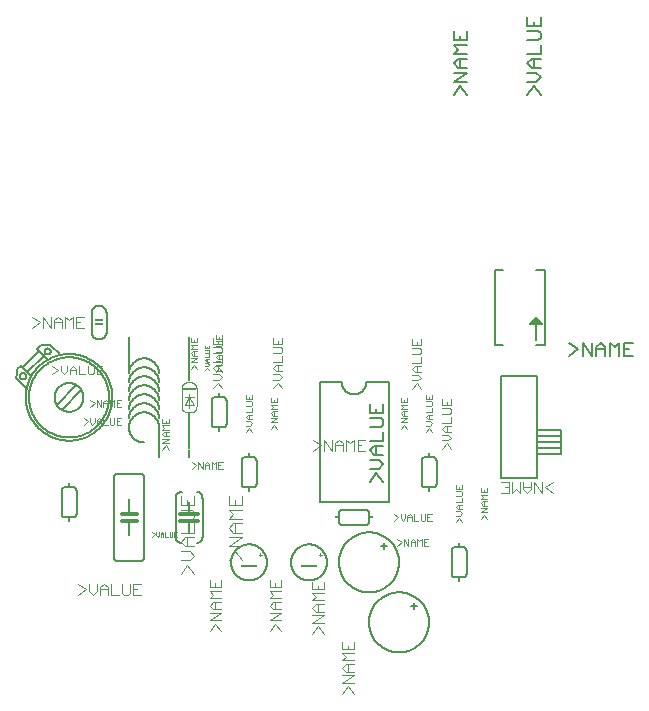
<source format=gto>
G75*
%MOIN*%
%OFA0B0*%
%FSLAX25Y25*%
%IPPOS*%
%LPD*%
%AMOC8*
5,1,8,0,0,1.08239X$1,22.5*
%
%ADD10C,0.00500*%
%ADD11C,0.01200*%
%ADD12C,0.00600*%
%ADD13C,0.00300*%
%ADD14R,0.03000X0.00750*%
%ADD15C,0.00400*%
%ADD16R,0.05400X0.00900*%
%ADD17C,0.00200*%
%ADD18R,0.00800X0.12200*%
%ADD19R,0.05000X0.01000*%
%ADD20R,0.01000X0.01500*%
%ADD21R,0.01500X0.01000*%
D10*
X0103439Y0080939D02*
X0103441Y0081093D01*
X0103447Y0081248D01*
X0103457Y0081402D01*
X0103471Y0081556D01*
X0103489Y0081709D01*
X0103510Y0081862D01*
X0103536Y0082015D01*
X0103566Y0082166D01*
X0103599Y0082317D01*
X0103637Y0082467D01*
X0103678Y0082616D01*
X0103723Y0082764D01*
X0103772Y0082910D01*
X0103825Y0083056D01*
X0103881Y0083199D01*
X0103941Y0083342D01*
X0104005Y0083482D01*
X0104072Y0083622D01*
X0104143Y0083759D01*
X0104217Y0083894D01*
X0104295Y0084028D01*
X0104376Y0084159D01*
X0104461Y0084288D01*
X0104549Y0084416D01*
X0104640Y0084540D01*
X0104734Y0084663D01*
X0104832Y0084783D01*
X0104932Y0084900D01*
X0105036Y0085015D01*
X0105142Y0085127D01*
X0105251Y0085236D01*
X0105363Y0085342D01*
X0105478Y0085446D01*
X0105595Y0085546D01*
X0105715Y0085644D01*
X0105838Y0085738D01*
X0105962Y0085829D01*
X0106090Y0085917D01*
X0106219Y0086002D01*
X0106350Y0086083D01*
X0106484Y0086161D01*
X0106619Y0086235D01*
X0106756Y0086306D01*
X0106896Y0086373D01*
X0107036Y0086437D01*
X0107179Y0086497D01*
X0107322Y0086553D01*
X0107468Y0086606D01*
X0107614Y0086655D01*
X0107762Y0086700D01*
X0107911Y0086741D01*
X0108061Y0086779D01*
X0108212Y0086812D01*
X0108363Y0086842D01*
X0108516Y0086868D01*
X0108669Y0086889D01*
X0108822Y0086907D01*
X0108976Y0086921D01*
X0109130Y0086931D01*
X0109285Y0086937D01*
X0109439Y0086939D01*
X0109593Y0086937D01*
X0109748Y0086931D01*
X0109902Y0086921D01*
X0110056Y0086907D01*
X0110209Y0086889D01*
X0110362Y0086868D01*
X0110515Y0086842D01*
X0110666Y0086812D01*
X0110817Y0086779D01*
X0110967Y0086741D01*
X0111116Y0086700D01*
X0111264Y0086655D01*
X0111410Y0086606D01*
X0111556Y0086553D01*
X0111699Y0086497D01*
X0111842Y0086437D01*
X0111982Y0086373D01*
X0112122Y0086306D01*
X0112259Y0086235D01*
X0112394Y0086161D01*
X0112528Y0086083D01*
X0112659Y0086002D01*
X0112788Y0085917D01*
X0112916Y0085829D01*
X0113040Y0085738D01*
X0113163Y0085644D01*
X0113283Y0085546D01*
X0113400Y0085446D01*
X0113515Y0085342D01*
X0113627Y0085236D01*
X0113736Y0085127D01*
X0113842Y0085015D01*
X0113946Y0084900D01*
X0114046Y0084783D01*
X0114144Y0084663D01*
X0114238Y0084540D01*
X0114329Y0084416D01*
X0114417Y0084288D01*
X0114502Y0084159D01*
X0114583Y0084028D01*
X0114661Y0083894D01*
X0114735Y0083759D01*
X0114806Y0083622D01*
X0114873Y0083482D01*
X0114937Y0083342D01*
X0114997Y0083199D01*
X0115053Y0083056D01*
X0115106Y0082910D01*
X0115155Y0082764D01*
X0115200Y0082616D01*
X0115241Y0082467D01*
X0115279Y0082317D01*
X0115312Y0082166D01*
X0115342Y0082015D01*
X0115368Y0081862D01*
X0115389Y0081709D01*
X0115407Y0081556D01*
X0115421Y0081402D01*
X0115431Y0081248D01*
X0115437Y0081093D01*
X0115439Y0080939D01*
X0115437Y0080785D01*
X0115431Y0080630D01*
X0115421Y0080476D01*
X0115407Y0080322D01*
X0115389Y0080169D01*
X0115368Y0080016D01*
X0115342Y0079863D01*
X0115312Y0079712D01*
X0115279Y0079561D01*
X0115241Y0079411D01*
X0115200Y0079262D01*
X0115155Y0079114D01*
X0115106Y0078968D01*
X0115053Y0078822D01*
X0114997Y0078679D01*
X0114937Y0078536D01*
X0114873Y0078396D01*
X0114806Y0078256D01*
X0114735Y0078119D01*
X0114661Y0077984D01*
X0114583Y0077850D01*
X0114502Y0077719D01*
X0114417Y0077590D01*
X0114329Y0077462D01*
X0114238Y0077338D01*
X0114144Y0077215D01*
X0114046Y0077095D01*
X0113946Y0076978D01*
X0113842Y0076863D01*
X0113736Y0076751D01*
X0113627Y0076642D01*
X0113515Y0076536D01*
X0113400Y0076432D01*
X0113283Y0076332D01*
X0113163Y0076234D01*
X0113040Y0076140D01*
X0112916Y0076049D01*
X0112788Y0075961D01*
X0112659Y0075876D01*
X0112528Y0075795D01*
X0112394Y0075717D01*
X0112259Y0075643D01*
X0112122Y0075572D01*
X0111982Y0075505D01*
X0111842Y0075441D01*
X0111699Y0075381D01*
X0111556Y0075325D01*
X0111410Y0075272D01*
X0111264Y0075223D01*
X0111116Y0075178D01*
X0110967Y0075137D01*
X0110817Y0075099D01*
X0110666Y0075066D01*
X0110515Y0075036D01*
X0110362Y0075010D01*
X0110209Y0074989D01*
X0110056Y0074971D01*
X0109902Y0074957D01*
X0109748Y0074947D01*
X0109593Y0074941D01*
X0109439Y0074939D01*
X0109285Y0074941D01*
X0109130Y0074947D01*
X0108976Y0074957D01*
X0108822Y0074971D01*
X0108669Y0074989D01*
X0108516Y0075010D01*
X0108363Y0075036D01*
X0108212Y0075066D01*
X0108061Y0075099D01*
X0107911Y0075137D01*
X0107762Y0075178D01*
X0107614Y0075223D01*
X0107468Y0075272D01*
X0107322Y0075325D01*
X0107179Y0075381D01*
X0107036Y0075441D01*
X0106896Y0075505D01*
X0106756Y0075572D01*
X0106619Y0075643D01*
X0106484Y0075717D01*
X0106350Y0075795D01*
X0106219Y0075876D01*
X0106090Y0075961D01*
X0105962Y0076049D01*
X0105838Y0076140D01*
X0105715Y0076234D01*
X0105595Y0076332D01*
X0105478Y0076432D01*
X0105363Y0076536D01*
X0105251Y0076642D01*
X0105142Y0076751D01*
X0105036Y0076863D01*
X0104932Y0076978D01*
X0104832Y0077095D01*
X0104734Y0077215D01*
X0104640Y0077338D01*
X0104549Y0077462D01*
X0104461Y0077590D01*
X0104376Y0077719D01*
X0104295Y0077850D01*
X0104217Y0077984D01*
X0104143Y0078119D01*
X0104072Y0078256D01*
X0104005Y0078396D01*
X0103941Y0078536D01*
X0103881Y0078679D01*
X0103825Y0078822D01*
X0103772Y0078968D01*
X0103723Y0079114D01*
X0103678Y0079262D01*
X0103637Y0079411D01*
X0103599Y0079561D01*
X0103566Y0079712D01*
X0103536Y0079863D01*
X0103510Y0080016D01*
X0103489Y0080169D01*
X0103471Y0080322D01*
X0103457Y0080476D01*
X0103447Y0080630D01*
X0103441Y0080785D01*
X0103439Y0080939D01*
X0123439Y0080939D02*
X0123441Y0081093D01*
X0123447Y0081248D01*
X0123457Y0081402D01*
X0123471Y0081556D01*
X0123489Y0081709D01*
X0123510Y0081862D01*
X0123536Y0082015D01*
X0123566Y0082166D01*
X0123599Y0082317D01*
X0123637Y0082467D01*
X0123678Y0082616D01*
X0123723Y0082764D01*
X0123772Y0082910D01*
X0123825Y0083056D01*
X0123881Y0083199D01*
X0123941Y0083342D01*
X0124005Y0083482D01*
X0124072Y0083622D01*
X0124143Y0083759D01*
X0124217Y0083894D01*
X0124295Y0084028D01*
X0124376Y0084159D01*
X0124461Y0084288D01*
X0124549Y0084416D01*
X0124640Y0084540D01*
X0124734Y0084663D01*
X0124832Y0084783D01*
X0124932Y0084900D01*
X0125036Y0085015D01*
X0125142Y0085127D01*
X0125251Y0085236D01*
X0125363Y0085342D01*
X0125478Y0085446D01*
X0125595Y0085546D01*
X0125715Y0085644D01*
X0125838Y0085738D01*
X0125962Y0085829D01*
X0126090Y0085917D01*
X0126219Y0086002D01*
X0126350Y0086083D01*
X0126484Y0086161D01*
X0126619Y0086235D01*
X0126756Y0086306D01*
X0126896Y0086373D01*
X0127036Y0086437D01*
X0127179Y0086497D01*
X0127322Y0086553D01*
X0127468Y0086606D01*
X0127614Y0086655D01*
X0127762Y0086700D01*
X0127911Y0086741D01*
X0128061Y0086779D01*
X0128212Y0086812D01*
X0128363Y0086842D01*
X0128516Y0086868D01*
X0128669Y0086889D01*
X0128822Y0086907D01*
X0128976Y0086921D01*
X0129130Y0086931D01*
X0129285Y0086937D01*
X0129439Y0086939D01*
X0129593Y0086937D01*
X0129748Y0086931D01*
X0129902Y0086921D01*
X0130056Y0086907D01*
X0130209Y0086889D01*
X0130362Y0086868D01*
X0130515Y0086842D01*
X0130666Y0086812D01*
X0130817Y0086779D01*
X0130967Y0086741D01*
X0131116Y0086700D01*
X0131264Y0086655D01*
X0131410Y0086606D01*
X0131556Y0086553D01*
X0131699Y0086497D01*
X0131842Y0086437D01*
X0131982Y0086373D01*
X0132122Y0086306D01*
X0132259Y0086235D01*
X0132394Y0086161D01*
X0132528Y0086083D01*
X0132659Y0086002D01*
X0132788Y0085917D01*
X0132916Y0085829D01*
X0133040Y0085738D01*
X0133163Y0085644D01*
X0133283Y0085546D01*
X0133400Y0085446D01*
X0133515Y0085342D01*
X0133627Y0085236D01*
X0133736Y0085127D01*
X0133842Y0085015D01*
X0133946Y0084900D01*
X0134046Y0084783D01*
X0134144Y0084663D01*
X0134238Y0084540D01*
X0134329Y0084416D01*
X0134417Y0084288D01*
X0134502Y0084159D01*
X0134583Y0084028D01*
X0134661Y0083894D01*
X0134735Y0083759D01*
X0134806Y0083622D01*
X0134873Y0083482D01*
X0134937Y0083342D01*
X0134997Y0083199D01*
X0135053Y0083056D01*
X0135106Y0082910D01*
X0135155Y0082764D01*
X0135200Y0082616D01*
X0135241Y0082467D01*
X0135279Y0082317D01*
X0135312Y0082166D01*
X0135342Y0082015D01*
X0135368Y0081862D01*
X0135389Y0081709D01*
X0135407Y0081556D01*
X0135421Y0081402D01*
X0135431Y0081248D01*
X0135437Y0081093D01*
X0135439Y0080939D01*
X0135437Y0080785D01*
X0135431Y0080630D01*
X0135421Y0080476D01*
X0135407Y0080322D01*
X0135389Y0080169D01*
X0135368Y0080016D01*
X0135342Y0079863D01*
X0135312Y0079712D01*
X0135279Y0079561D01*
X0135241Y0079411D01*
X0135200Y0079262D01*
X0135155Y0079114D01*
X0135106Y0078968D01*
X0135053Y0078822D01*
X0134997Y0078679D01*
X0134937Y0078536D01*
X0134873Y0078396D01*
X0134806Y0078256D01*
X0134735Y0078119D01*
X0134661Y0077984D01*
X0134583Y0077850D01*
X0134502Y0077719D01*
X0134417Y0077590D01*
X0134329Y0077462D01*
X0134238Y0077338D01*
X0134144Y0077215D01*
X0134046Y0077095D01*
X0133946Y0076978D01*
X0133842Y0076863D01*
X0133736Y0076751D01*
X0133627Y0076642D01*
X0133515Y0076536D01*
X0133400Y0076432D01*
X0133283Y0076332D01*
X0133163Y0076234D01*
X0133040Y0076140D01*
X0132916Y0076049D01*
X0132788Y0075961D01*
X0132659Y0075876D01*
X0132528Y0075795D01*
X0132394Y0075717D01*
X0132259Y0075643D01*
X0132122Y0075572D01*
X0131982Y0075505D01*
X0131842Y0075441D01*
X0131699Y0075381D01*
X0131556Y0075325D01*
X0131410Y0075272D01*
X0131264Y0075223D01*
X0131116Y0075178D01*
X0130967Y0075137D01*
X0130817Y0075099D01*
X0130666Y0075066D01*
X0130515Y0075036D01*
X0130362Y0075010D01*
X0130209Y0074989D01*
X0130056Y0074971D01*
X0129902Y0074957D01*
X0129748Y0074947D01*
X0129593Y0074941D01*
X0129439Y0074939D01*
X0129285Y0074941D01*
X0129130Y0074947D01*
X0128976Y0074957D01*
X0128822Y0074971D01*
X0128669Y0074989D01*
X0128516Y0075010D01*
X0128363Y0075036D01*
X0128212Y0075066D01*
X0128061Y0075099D01*
X0127911Y0075137D01*
X0127762Y0075178D01*
X0127614Y0075223D01*
X0127468Y0075272D01*
X0127322Y0075325D01*
X0127179Y0075381D01*
X0127036Y0075441D01*
X0126896Y0075505D01*
X0126756Y0075572D01*
X0126619Y0075643D01*
X0126484Y0075717D01*
X0126350Y0075795D01*
X0126219Y0075876D01*
X0126090Y0075961D01*
X0125962Y0076049D01*
X0125838Y0076140D01*
X0125715Y0076234D01*
X0125595Y0076332D01*
X0125478Y0076432D01*
X0125363Y0076536D01*
X0125251Y0076642D01*
X0125142Y0076751D01*
X0125036Y0076863D01*
X0124932Y0076978D01*
X0124832Y0077095D01*
X0124734Y0077215D01*
X0124640Y0077338D01*
X0124549Y0077462D01*
X0124461Y0077590D01*
X0124376Y0077719D01*
X0124295Y0077850D01*
X0124217Y0077984D01*
X0124143Y0078119D01*
X0124072Y0078256D01*
X0124005Y0078396D01*
X0123941Y0078536D01*
X0123881Y0078679D01*
X0123825Y0078822D01*
X0123772Y0078968D01*
X0123723Y0079114D01*
X0123678Y0079262D01*
X0123637Y0079411D01*
X0123599Y0079561D01*
X0123566Y0079712D01*
X0123536Y0079863D01*
X0123510Y0080016D01*
X0123489Y0080169D01*
X0123471Y0080322D01*
X0123457Y0080476D01*
X0123447Y0080630D01*
X0123441Y0080785D01*
X0123439Y0080939D01*
X0149685Y0107565D02*
X0151937Y0110567D01*
X0154189Y0107565D01*
X0152687Y0112169D02*
X0149685Y0112169D01*
X0152687Y0112169D02*
X0154189Y0113670D01*
X0152687Y0115171D01*
X0149685Y0115171D01*
X0151186Y0116773D02*
X0149685Y0118274D01*
X0151186Y0119775D01*
X0154189Y0119775D01*
X0154189Y0121377D02*
X0154189Y0124379D01*
X0153438Y0125981D02*
X0154189Y0126731D01*
X0154189Y0128233D01*
X0153438Y0128983D01*
X0149685Y0128983D01*
X0149685Y0130585D02*
X0154189Y0130585D01*
X0154189Y0133587D01*
X0151937Y0132086D02*
X0151937Y0130585D01*
X0149685Y0130585D02*
X0149685Y0133587D01*
X0149685Y0125981D02*
X0153438Y0125981D01*
X0154189Y0121377D02*
X0149685Y0121377D01*
X0151937Y0119775D02*
X0151937Y0116773D01*
X0151186Y0116773D02*
X0154189Y0116773D01*
X0216059Y0149689D02*
X0219062Y0151941D01*
X0216059Y0154193D01*
X0220663Y0154193D02*
X0220663Y0149689D01*
X0223666Y0149689D02*
X0223666Y0154193D01*
X0225267Y0152691D02*
X0226768Y0154193D01*
X0228270Y0152691D01*
X0228270Y0149689D01*
X0229871Y0149689D02*
X0229871Y0154193D01*
X0231372Y0152691D01*
X0232874Y0154193D01*
X0232874Y0149689D01*
X0234475Y0149689D02*
X0237478Y0149689D01*
X0235976Y0151941D02*
X0234475Y0151941D01*
X0234475Y0154193D02*
X0234475Y0149689D01*
X0234475Y0154193D02*
X0237478Y0154193D01*
X0228270Y0151941D02*
X0225267Y0151941D01*
X0225267Y0152691D02*
X0225267Y0149689D01*
X0223666Y0149689D02*
X0220663Y0154193D01*
X0206689Y0236559D02*
X0204437Y0239562D01*
X0202185Y0236559D01*
X0202185Y0241163D02*
X0205187Y0241163D01*
X0206689Y0242665D01*
X0205187Y0244166D01*
X0202185Y0244166D01*
X0203686Y0245767D02*
X0202185Y0247268D01*
X0203686Y0248770D01*
X0206689Y0248770D01*
X0206689Y0250371D02*
X0206689Y0253374D01*
X0205938Y0254975D02*
X0206689Y0255726D01*
X0206689Y0257227D01*
X0205938Y0257978D01*
X0202185Y0257978D01*
X0202185Y0259579D02*
X0206689Y0259579D01*
X0206689Y0262582D01*
X0204437Y0261080D02*
X0204437Y0259579D01*
X0202185Y0259579D02*
X0202185Y0262582D01*
X0202185Y0254975D02*
X0205938Y0254975D01*
X0206689Y0250371D02*
X0202185Y0250371D01*
X0204437Y0248770D02*
X0204437Y0245767D01*
X0203686Y0245767D02*
X0206689Y0245767D01*
X0182189Y0245767D02*
X0179186Y0245767D01*
X0177685Y0247268D01*
X0179186Y0248770D01*
X0182189Y0248770D01*
X0182189Y0250371D02*
X0177685Y0250371D01*
X0179186Y0251872D01*
X0177685Y0253374D01*
X0182189Y0253374D01*
X0182189Y0254975D02*
X0182189Y0257978D01*
X0179937Y0256476D02*
X0179937Y0254975D01*
X0177685Y0254975D02*
X0182189Y0254975D01*
X0179937Y0248770D02*
X0179937Y0245767D01*
X0182189Y0244166D02*
X0177685Y0244166D01*
X0177685Y0241163D02*
X0182189Y0244166D01*
X0182189Y0241163D02*
X0177685Y0241163D01*
X0179937Y0239562D02*
X0177685Y0236559D01*
X0179937Y0239562D02*
X0182189Y0236559D01*
X0177685Y0254975D02*
X0177685Y0257978D01*
X0089439Y0155939D02*
X0089439Y0153439D01*
X0074439Y0148939D02*
X0074299Y0148937D01*
X0074159Y0148931D01*
X0074019Y0148921D01*
X0073879Y0148908D01*
X0073740Y0148890D01*
X0073601Y0148868D01*
X0073464Y0148843D01*
X0073326Y0148814D01*
X0073190Y0148781D01*
X0073055Y0148744D01*
X0072921Y0148703D01*
X0072788Y0148658D01*
X0072656Y0148610D01*
X0072526Y0148558D01*
X0072397Y0148503D01*
X0072270Y0148444D01*
X0072144Y0148381D01*
X0072020Y0148315D01*
X0071899Y0148246D01*
X0071779Y0148173D01*
X0071661Y0148096D01*
X0071546Y0148017D01*
X0071432Y0147934D01*
X0071322Y0147848D01*
X0071213Y0147759D01*
X0071107Y0147667D01*
X0071004Y0147572D01*
X0070903Y0147475D01*
X0070806Y0147374D01*
X0070711Y0147271D01*
X0070619Y0147165D01*
X0070530Y0147056D01*
X0070444Y0146946D01*
X0070361Y0146832D01*
X0070282Y0146717D01*
X0070205Y0146599D01*
X0070132Y0146479D01*
X0070063Y0146358D01*
X0069997Y0146234D01*
X0069934Y0146108D01*
X0069875Y0145981D01*
X0069820Y0145852D01*
X0069768Y0145722D01*
X0069720Y0145590D01*
X0069675Y0145457D01*
X0069634Y0145323D01*
X0069597Y0145188D01*
X0069564Y0145052D01*
X0069535Y0144914D01*
X0069510Y0144777D01*
X0069488Y0144638D01*
X0069470Y0144499D01*
X0069457Y0144359D01*
X0069447Y0144219D01*
X0069441Y0144079D01*
X0069439Y0143939D01*
X0069439Y0155939D01*
X0061939Y0157439D02*
X0061939Y0164439D01*
X0061927Y0164532D01*
X0061911Y0164624D01*
X0061891Y0164715D01*
X0061867Y0164806D01*
X0061840Y0164895D01*
X0061809Y0164984D01*
X0061774Y0165071D01*
X0061736Y0165156D01*
X0061694Y0165240D01*
X0061649Y0165322D01*
X0061601Y0165402D01*
X0061549Y0165480D01*
X0061494Y0165556D01*
X0061436Y0165629D01*
X0061375Y0165700D01*
X0061311Y0165768D01*
X0061244Y0165834D01*
X0061175Y0165897D01*
X0061103Y0165957D01*
X0061029Y0166014D01*
X0060952Y0166068D01*
X0060874Y0166118D01*
X0060793Y0166166D01*
X0060710Y0166209D01*
X0060626Y0166250D01*
X0060540Y0166287D01*
X0060453Y0166320D01*
X0060364Y0166350D01*
X0060274Y0166376D01*
X0060183Y0166398D01*
X0060091Y0166417D01*
X0059999Y0166432D01*
X0059906Y0166443D01*
X0059813Y0166450D01*
X0059719Y0166453D01*
X0059626Y0166452D01*
X0059532Y0166448D01*
X0059439Y0166439D01*
X0059346Y0166448D01*
X0059252Y0166452D01*
X0059159Y0166453D01*
X0059065Y0166450D01*
X0058972Y0166443D01*
X0058879Y0166432D01*
X0058787Y0166417D01*
X0058695Y0166398D01*
X0058604Y0166376D01*
X0058514Y0166350D01*
X0058425Y0166320D01*
X0058338Y0166287D01*
X0058252Y0166250D01*
X0058168Y0166209D01*
X0058085Y0166166D01*
X0058004Y0166118D01*
X0057926Y0166068D01*
X0057849Y0166014D01*
X0057775Y0165957D01*
X0057703Y0165897D01*
X0057634Y0165834D01*
X0057567Y0165768D01*
X0057503Y0165700D01*
X0057442Y0165629D01*
X0057384Y0165556D01*
X0057329Y0165480D01*
X0057277Y0165402D01*
X0057229Y0165322D01*
X0057184Y0165240D01*
X0057142Y0165156D01*
X0057104Y0165071D01*
X0057069Y0164984D01*
X0057038Y0164895D01*
X0057011Y0164806D01*
X0056987Y0164715D01*
X0056967Y0164624D01*
X0056951Y0164532D01*
X0056939Y0164439D01*
X0056939Y0157439D01*
X0056951Y0157346D01*
X0056967Y0157254D01*
X0056987Y0157163D01*
X0057011Y0157072D01*
X0057038Y0156983D01*
X0057069Y0156894D01*
X0057104Y0156807D01*
X0057142Y0156722D01*
X0057184Y0156638D01*
X0057229Y0156556D01*
X0057277Y0156476D01*
X0057329Y0156398D01*
X0057384Y0156322D01*
X0057442Y0156249D01*
X0057503Y0156178D01*
X0057567Y0156110D01*
X0057634Y0156044D01*
X0057703Y0155981D01*
X0057775Y0155921D01*
X0057849Y0155864D01*
X0057926Y0155810D01*
X0058004Y0155760D01*
X0058085Y0155712D01*
X0058168Y0155669D01*
X0058252Y0155628D01*
X0058338Y0155591D01*
X0058425Y0155558D01*
X0058514Y0155528D01*
X0058604Y0155502D01*
X0058695Y0155480D01*
X0058787Y0155461D01*
X0058879Y0155446D01*
X0058972Y0155435D01*
X0059065Y0155428D01*
X0059159Y0155425D01*
X0059252Y0155426D01*
X0059346Y0155430D01*
X0059439Y0155439D01*
X0059532Y0155430D01*
X0059626Y0155426D01*
X0059719Y0155425D01*
X0059813Y0155428D01*
X0059906Y0155435D01*
X0059999Y0155446D01*
X0060091Y0155461D01*
X0060183Y0155480D01*
X0060274Y0155502D01*
X0060364Y0155528D01*
X0060453Y0155558D01*
X0060540Y0155591D01*
X0060626Y0155628D01*
X0060710Y0155669D01*
X0060793Y0155712D01*
X0060874Y0155760D01*
X0060952Y0155810D01*
X0061029Y0155864D01*
X0061103Y0155921D01*
X0061175Y0155981D01*
X0061244Y0156044D01*
X0061311Y0156110D01*
X0061375Y0156178D01*
X0061436Y0156249D01*
X0061494Y0156322D01*
X0061549Y0156398D01*
X0061601Y0156476D01*
X0061649Y0156556D01*
X0061694Y0156638D01*
X0061736Y0156722D01*
X0061774Y0156807D01*
X0061809Y0156894D01*
X0061840Y0156983D01*
X0061867Y0157072D01*
X0061891Y0157163D01*
X0061911Y0157254D01*
X0061927Y0157346D01*
X0061939Y0157439D01*
X0046296Y0150299D02*
X0043087Y0153508D01*
X0041616Y0153401D01*
X0040146Y0153294D01*
X0038862Y0152011D01*
X0042209Y0148664D01*
X0040996Y0149807D02*
X0035589Y0144400D01*
X0036699Y0143155D02*
X0033353Y0146502D01*
X0032069Y0145218D01*
X0031956Y0143741D01*
X0031844Y0142265D01*
X0035212Y0138897D01*
X0033079Y0143020D02*
X0033081Y0143083D01*
X0033087Y0143145D01*
X0033097Y0143207D01*
X0033110Y0143269D01*
X0033128Y0143329D01*
X0033149Y0143388D01*
X0033174Y0143446D01*
X0033203Y0143502D01*
X0033235Y0143556D01*
X0033270Y0143608D01*
X0033308Y0143657D01*
X0033350Y0143705D01*
X0033394Y0143749D01*
X0033442Y0143791D01*
X0033491Y0143829D01*
X0033543Y0143864D01*
X0033597Y0143896D01*
X0033653Y0143925D01*
X0033711Y0143950D01*
X0033770Y0143971D01*
X0033830Y0143989D01*
X0033892Y0144002D01*
X0033954Y0144012D01*
X0034016Y0144018D01*
X0034079Y0144020D01*
X0034142Y0144018D01*
X0034204Y0144012D01*
X0034266Y0144002D01*
X0034328Y0143989D01*
X0034388Y0143971D01*
X0034447Y0143950D01*
X0034505Y0143925D01*
X0034561Y0143896D01*
X0034615Y0143864D01*
X0034667Y0143829D01*
X0034716Y0143791D01*
X0034764Y0143749D01*
X0034808Y0143705D01*
X0034850Y0143657D01*
X0034888Y0143608D01*
X0034923Y0143556D01*
X0034955Y0143502D01*
X0034984Y0143446D01*
X0035009Y0143388D01*
X0035030Y0143329D01*
X0035048Y0143269D01*
X0035061Y0143207D01*
X0035071Y0143145D01*
X0035077Y0143083D01*
X0035079Y0143020D01*
X0035077Y0142957D01*
X0035071Y0142895D01*
X0035061Y0142833D01*
X0035048Y0142771D01*
X0035030Y0142711D01*
X0035009Y0142652D01*
X0034984Y0142594D01*
X0034955Y0142538D01*
X0034923Y0142484D01*
X0034888Y0142432D01*
X0034850Y0142383D01*
X0034808Y0142335D01*
X0034764Y0142291D01*
X0034716Y0142249D01*
X0034667Y0142211D01*
X0034615Y0142176D01*
X0034561Y0142144D01*
X0034505Y0142115D01*
X0034447Y0142090D01*
X0034388Y0142069D01*
X0034328Y0142051D01*
X0034266Y0142038D01*
X0034204Y0142028D01*
X0034142Y0142022D01*
X0034079Y0142020D01*
X0034016Y0142022D01*
X0033954Y0142028D01*
X0033892Y0142038D01*
X0033830Y0142051D01*
X0033770Y0142069D01*
X0033711Y0142090D01*
X0033653Y0142115D01*
X0033597Y0142144D01*
X0033543Y0142176D01*
X0033491Y0142211D01*
X0033442Y0142249D01*
X0033394Y0142291D01*
X0033350Y0142335D01*
X0033308Y0142383D01*
X0033270Y0142432D01*
X0033235Y0142484D01*
X0033203Y0142538D01*
X0033174Y0142594D01*
X0033149Y0142652D01*
X0033128Y0142711D01*
X0033110Y0142771D01*
X0033097Y0142833D01*
X0033087Y0142895D01*
X0033081Y0142957D01*
X0033079Y0143020D01*
X0034186Y0146116D02*
X0036717Y0148647D01*
X0036718Y0148647D02*
X0039498Y0151428D01*
X0041332Y0151218D02*
X0041334Y0151281D01*
X0041340Y0151343D01*
X0041350Y0151405D01*
X0041363Y0151467D01*
X0041381Y0151527D01*
X0041402Y0151586D01*
X0041427Y0151644D01*
X0041456Y0151700D01*
X0041488Y0151754D01*
X0041523Y0151806D01*
X0041561Y0151855D01*
X0041603Y0151903D01*
X0041647Y0151947D01*
X0041695Y0151989D01*
X0041744Y0152027D01*
X0041796Y0152062D01*
X0041850Y0152094D01*
X0041906Y0152123D01*
X0041964Y0152148D01*
X0042023Y0152169D01*
X0042083Y0152187D01*
X0042145Y0152200D01*
X0042207Y0152210D01*
X0042269Y0152216D01*
X0042332Y0152218D01*
X0042395Y0152216D01*
X0042457Y0152210D01*
X0042519Y0152200D01*
X0042581Y0152187D01*
X0042641Y0152169D01*
X0042700Y0152148D01*
X0042758Y0152123D01*
X0042814Y0152094D01*
X0042868Y0152062D01*
X0042920Y0152027D01*
X0042969Y0151989D01*
X0043017Y0151947D01*
X0043061Y0151903D01*
X0043103Y0151855D01*
X0043141Y0151806D01*
X0043176Y0151754D01*
X0043208Y0151700D01*
X0043237Y0151644D01*
X0043262Y0151586D01*
X0043283Y0151527D01*
X0043301Y0151467D01*
X0043314Y0151405D01*
X0043324Y0151343D01*
X0043330Y0151281D01*
X0043332Y0151218D01*
X0043330Y0151155D01*
X0043324Y0151093D01*
X0043314Y0151031D01*
X0043301Y0150969D01*
X0043283Y0150909D01*
X0043262Y0150850D01*
X0043237Y0150792D01*
X0043208Y0150736D01*
X0043176Y0150682D01*
X0043141Y0150630D01*
X0043103Y0150581D01*
X0043061Y0150533D01*
X0043017Y0150489D01*
X0042969Y0150447D01*
X0042920Y0150409D01*
X0042868Y0150374D01*
X0042814Y0150342D01*
X0042758Y0150313D01*
X0042700Y0150288D01*
X0042641Y0150267D01*
X0042581Y0150249D01*
X0042519Y0150236D01*
X0042457Y0150226D01*
X0042395Y0150220D01*
X0042332Y0150218D01*
X0042269Y0150220D01*
X0042207Y0150226D01*
X0042145Y0150236D01*
X0042083Y0150249D01*
X0042023Y0150267D01*
X0041964Y0150288D01*
X0041906Y0150313D01*
X0041850Y0150342D01*
X0041796Y0150374D01*
X0041744Y0150409D01*
X0041695Y0150447D01*
X0041647Y0150489D01*
X0041603Y0150533D01*
X0041561Y0150581D01*
X0041523Y0150630D01*
X0041488Y0150682D01*
X0041456Y0150736D01*
X0041427Y0150792D01*
X0041402Y0150850D01*
X0041381Y0150909D01*
X0041363Y0150969D01*
X0041350Y0151031D01*
X0041340Y0151093D01*
X0041334Y0151155D01*
X0041332Y0151218D01*
X0051938Y0139950D02*
X0045430Y0133442D01*
X0047034Y0131837D02*
X0053542Y0138346D01*
X0036104Y0135939D02*
X0036108Y0136266D01*
X0036120Y0136593D01*
X0036140Y0136920D01*
X0036168Y0137246D01*
X0036204Y0137571D01*
X0036248Y0137896D01*
X0036300Y0138219D01*
X0036360Y0138541D01*
X0036428Y0138861D01*
X0036504Y0139179D01*
X0036587Y0139496D01*
X0036678Y0139810D01*
X0036777Y0140122D01*
X0036884Y0140431D01*
X0036998Y0140738D01*
X0037119Y0141042D01*
X0037248Y0141343D01*
X0037384Y0141640D01*
X0037528Y0141935D01*
X0037679Y0142225D01*
X0037836Y0142512D01*
X0038001Y0142795D01*
X0038173Y0143073D01*
X0038351Y0143348D01*
X0038537Y0143617D01*
X0038728Y0143883D01*
X0038926Y0144143D01*
X0039131Y0144399D01*
X0039342Y0144649D01*
X0039558Y0144894D01*
X0039781Y0145134D01*
X0040010Y0145368D01*
X0040244Y0145597D01*
X0040484Y0145820D01*
X0040729Y0146036D01*
X0040979Y0146247D01*
X0041235Y0146452D01*
X0041495Y0146650D01*
X0041761Y0146841D01*
X0042030Y0147027D01*
X0042305Y0147205D01*
X0042583Y0147377D01*
X0042866Y0147542D01*
X0043153Y0147699D01*
X0043443Y0147850D01*
X0043738Y0147994D01*
X0044035Y0148130D01*
X0044336Y0148259D01*
X0044640Y0148380D01*
X0044947Y0148494D01*
X0045256Y0148601D01*
X0045568Y0148700D01*
X0045882Y0148791D01*
X0046199Y0148874D01*
X0046517Y0148950D01*
X0046837Y0149018D01*
X0047159Y0149078D01*
X0047482Y0149130D01*
X0047807Y0149174D01*
X0048132Y0149210D01*
X0048458Y0149238D01*
X0048785Y0149258D01*
X0049112Y0149270D01*
X0049439Y0149274D01*
X0049766Y0149270D01*
X0050093Y0149258D01*
X0050420Y0149238D01*
X0050746Y0149210D01*
X0051071Y0149174D01*
X0051396Y0149130D01*
X0051719Y0149078D01*
X0052041Y0149018D01*
X0052361Y0148950D01*
X0052679Y0148874D01*
X0052996Y0148791D01*
X0053310Y0148700D01*
X0053622Y0148601D01*
X0053931Y0148494D01*
X0054238Y0148380D01*
X0054542Y0148259D01*
X0054843Y0148130D01*
X0055140Y0147994D01*
X0055435Y0147850D01*
X0055725Y0147699D01*
X0056012Y0147542D01*
X0056295Y0147377D01*
X0056573Y0147205D01*
X0056848Y0147027D01*
X0057117Y0146841D01*
X0057383Y0146650D01*
X0057643Y0146452D01*
X0057899Y0146247D01*
X0058149Y0146036D01*
X0058394Y0145820D01*
X0058634Y0145597D01*
X0058868Y0145368D01*
X0059097Y0145134D01*
X0059320Y0144894D01*
X0059536Y0144649D01*
X0059747Y0144399D01*
X0059952Y0144143D01*
X0060150Y0143883D01*
X0060341Y0143617D01*
X0060527Y0143348D01*
X0060705Y0143073D01*
X0060877Y0142795D01*
X0061042Y0142512D01*
X0061199Y0142225D01*
X0061350Y0141935D01*
X0061494Y0141640D01*
X0061630Y0141343D01*
X0061759Y0141042D01*
X0061880Y0140738D01*
X0061994Y0140431D01*
X0062101Y0140122D01*
X0062200Y0139810D01*
X0062291Y0139496D01*
X0062374Y0139179D01*
X0062450Y0138861D01*
X0062518Y0138541D01*
X0062578Y0138219D01*
X0062630Y0137896D01*
X0062674Y0137571D01*
X0062710Y0137246D01*
X0062738Y0136920D01*
X0062758Y0136593D01*
X0062770Y0136266D01*
X0062774Y0135939D01*
X0062770Y0135612D01*
X0062758Y0135285D01*
X0062738Y0134958D01*
X0062710Y0134632D01*
X0062674Y0134307D01*
X0062630Y0133982D01*
X0062578Y0133659D01*
X0062518Y0133337D01*
X0062450Y0133017D01*
X0062374Y0132699D01*
X0062291Y0132382D01*
X0062200Y0132068D01*
X0062101Y0131756D01*
X0061994Y0131447D01*
X0061880Y0131140D01*
X0061759Y0130836D01*
X0061630Y0130535D01*
X0061494Y0130238D01*
X0061350Y0129943D01*
X0061199Y0129653D01*
X0061042Y0129366D01*
X0060877Y0129083D01*
X0060705Y0128805D01*
X0060527Y0128530D01*
X0060341Y0128261D01*
X0060150Y0127995D01*
X0059952Y0127735D01*
X0059747Y0127479D01*
X0059536Y0127229D01*
X0059320Y0126984D01*
X0059097Y0126744D01*
X0058868Y0126510D01*
X0058634Y0126281D01*
X0058394Y0126058D01*
X0058149Y0125842D01*
X0057899Y0125631D01*
X0057643Y0125426D01*
X0057383Y0125228D01*
X0057117Y0125037D01*
X0056848Y0124851D01*
X0056573Y0124673D01*
X0056295Y0124501D01*
X0056012Y0124336D01*
X0055725Y0124179D01*
X0055435Y0124028D01*
X0055140Y0123884D01*
X0054843Y0123748D01*
X0054542Y0123619D01*
X0054238Y0123498D01*
X0053931Y0123384D01*
X0053622Y0123277D01*
X0053310Y0123178D01*
X0052996Y0123087D01*
X0052679Y0123004D01*
X0052361Y0122928D01*
X0052041Y0122860D01*
X0051719Y0122800D01*
X0051396Y0122748D01*
X0051071Y0122704D01*
X0050746Y0122668D01*
X0050420Y0122640D01*
X0050093Y0122620D01*
X0049766Y0122608D01*
X0049439Y0122604D01*
X0049112Y0122608D01*
X0048785Y0122620D01*
X0048458Y0122640D01*
X0048132Y0122668D01*
X0047807Y0122704D01*
X0047482Y0122748D01*
X0047159Y0122800D01*
X0046837Y0122860D01*
X0046517Y0122928D01*
X0046199Y0123004D01*
X0045882Y0123087D01*
X0045568Y0123178D01*
X0045256Y0123277D01*
X0044947Y0123384D01*
X0044640Y0123498D01*
X0044336Y0123619D01*
X0044035Y0123748D01*
X0043738Y0123884D01*
X0043443Y0124028D01*
X0043153Y0124179D01*
X0042866Y0124336D01*
X0042583Y0124501D01*
X0042305Y0124673D01*
X0042030Y0124851D01*
X0041761Y0125037D01*
X0041495Y0125228D01*
X0041235Y0125426D01*
X0040979Y0125631D01*
X0040729Y0125842D01*
X0040484Y0126058D01*
X0040244Y0126281D01*
X0040010Y0126510D01*
X0039781Y0126744D01*
X0039558Y0126984D01*
X0039342Y0127229D01*
X0039131Y0127479D01*
X0038926Y0127735D01*
X0038728Y0127995D01*
X0038537Y0128261D01*
X0038351Y0128530D01*
X0038173Y0128805D01*
X0038001Y0129083D01*
X0037836Y0129366D01*
X0037679Y0129653D01*
X0037528Y0129943D01*
X0037384Y0130238D01*
X0037248Y0130535D01*
X0037119Y0130836D01*
X0036998Y0131140D01*
X0036884Y0131447D01*
X0036777Y0131756D01*
X0036678Y0132068D01*
X0036587Y0132382D01*
X0036504Y0132699D01*
X0036428Y0133017D01*
X0036360Y0133337D01*
X0036300Y0133659D01*
X0036248Y0133982D01*
X0036204Y0134307D01*
X0036168Y0134632D01*
X0036140Y0134958D01*
X0036120Y0135285D01*
X0036108Y0135612D01*
X0036104Y0135939D01*
X0034995Y0135939D02*
X0034999Y0136293D01*
X0035012Y0136648D01*
X0035034Y0137002D01*
X0035065Y0137355D01*
X0035104Y0137707D01*
X0035151Y0138058D01*
X0035208Y0138408D01*
X0035273Y0138757D01*
X0035346Y0139104D01*
X0035428Y0139449D01*
X0035518Y0139791D01*
X0035617Y0140132D01*
X0035724Y0140470D01*
X0035839Y0140805D01*
X0035963Y0141137D01*
X0036094Y0141466D01*
X0036234Y0141792D01*
X0036382Y0142115D01*
X0036537Y0142433D01*
X0036701Y0142748D01*
X0036871Y0143058D01*
X0037050Y0143365D01*
X0037236Y0143667D01*
X0037429Y0143964D01*
X0037630Y0144256D01*
X0037837Y0144543D01*
X0038052Y0144825D01*
X0038274Y0145102D01*
X0038502Y0145373D01*
X0038737Y0145639D01*
X0038978Y0145899D01*
X0039226Y0146152D01*
X0039479Y0146400D01*
X0039739Y0146641D01*
X0040005Y0146876D01*
X0040276Y0147104D01*
X0040553Y0147326D01*
X0040835Y0147541D01*
X0041122Y0147748D01*
X0041414Y0147949D01*
X0041711Y0148142D01*
X0042013Y0148328D01*
X0042320Y0148507D01*
X0042630Y0148677D01*
X0042945Y0148841D01*
X0043263Y0148996D01*
X0043586Y0149144D01*
X0043912Y0149284D01*
X0044241Y0149415D01*
X0044573Y0149539D01*
X0044908Y0149654D01*
X0045246Y0149761D01*
X0045587Y0149860D01*
X0045929Y0149950D01*
X0046274Y0150032D01*
X0046621Y0150105D01*
X0046970Y0150170D01*
X0047320Y0150227D01*
X0047671Y0150274D01*
X0048023Y0150313D01*
X0048376Y0150344D01*
X0048730Y0150366D01*
X0049085Y0150379D01*
X0049439Y0150383D01*
X0049793Y0150379D01*
X0050148Y0150366D01*
X0050502Y0150344D01*
X0050855Y0150313D01*
X0051207Y0150274D01*
X0051558Y0150227D01*
X0051908Y0150170D01*
X0052257Y0150105D01*
X0052604Y0150032D01*
X0052949Y0149950D01*
X0053291Y0149860D01*
X0053632Y0149761D01*
X0053970Y0149654D01*
X0054305Y0149539D01*
X0054637Y0149415D01*
X0054966Y0149284D01*
X0055292Y0149144D01*
X0055615Y0148996D01*
X0055933Y0148841D01*
X0056248Y0148677D01*
X0056558Y0148507D01*
X0056865Y0148328D01*
X0057167Y0148142D01*
X0057464Y0147949D01*
X0057756Y0147748D01*
X0058043Y0147541D01*
X0058325Y0147326D01*
X0058602Y0147104D01*
X0058873Y0146876D01*
X0059139Y0146641D01*
X0059399Y0146400D01*
X0059652Y0146152D01*
X0059900Y0145899D01*
X0060141Y0145639D01*
X0060376Y0145373D01*
X0060604Y0145102D01*
X0060826Y0144825D01*
X0061041Y0144543D01*
X0061248Y0144256D01*
X0061449Y0143964D01*
X0061642Y0143667D01*
X0061828Y0143365D01*
X0062007Y0143058D01*
X0062177Y0142748D01*
X0062341Y0142433D01*
X0062496Y0142115D01*
X0062644Y0141792D01*
X0062784Y0141466D01*
X0062915Y0141137D01*
X0063039Y0140805D01*
X0063154Y0140470D01*
X0063261Y0140132D01*
X0063360Y0139791D01*
X0063450Y0139449D01*
X0063532Y0139104D01*
X0063605Y0138757D01*
X0063670Y0138408D01*
X0063727Y0138058D01*
X0063774Y0137707D01*
X0063813Y0137355D01*
X0063844Y0137002D01*
X0063866Y0136648D01*
X0063879Y0136293D01*
X0063883Y0135939D01*
X0063879Y0135585D01*
X0063866Y0135230D01*
X0063844Y0134876D01*
X0063813Y0134523D01*
X0063774Y0134171D01*
X0063727Y0133820D01*
X0063670Y0133470D01*
X0063605Y0133121D01*
X0063532Y0132774D01*
X0063450Y0132429D01*
X0063360Y0132087D01*
X0063261Y0131746D01*
X0063154Y0131408D01*
X0063039Y0131073D01*
X0062915Y0130741D01*
X0062784Y0130412D01*
X0062644Y0130086D01*
X0062496Y0129763D01*
X0062341Y0129445D01*
X0062177Y0129130D01*
X0062007Y0128820D01*
X0061828Y0128513D01*
X0061642Y0128211D01*
X0061449Y0127914D01*
X0061248Y0127622D01*
X0061041Y0127335D01*
X0060826Y0127053D01*
X0060604Y0126776D01*
X0060376Y0126505D01*
X0060141Y0126239D01*
X0059900Y0125979D01*
X0059652Y0125726D01*
X0059399Y0125478D01*
X0059139Y0125237D01*
X0058873Y0125002D01*
X0058602Y0124774D01*
X0058325Y0124552D01*
X0058043Y0124337D01*
X0057756Y0124130D01*
X0057464Y0123929D01*
X0057167Y0123736D01*
X0056865Y0123550D01*
X0056558Y0123371D01*
X0056248Y0123201D01*
X0055933Y0123037D01*
X0055615Y0122882D01*
X0055292Y0122734D01*
X0054966Y0122594D01*
X0054637Y0122463D01*
X0054305Y0122339D01*
X0053970Y0122224D01*
X0053632Y0122117D01*
X0053291Y0122018D01*
X0052949Y0121928D01*
X0052604Y0121846D01*
X0052257Y0121773D01*
X0051908Y0121708D01*
X0051558Y0121651D01*
X0051207Y0121604D01*
X0050855Y0121565D01*
X0050502Y0121534D01*
X0050148Y0121512D01*
X0049793Y0121499D01*
X0049439Y0121495D01*
X0049085Y0121499D01*
X0048730Y0121512D01*
X0048376Y0121534D01*
X0048023Y0121565D01*
X0047671Y0121604D01*
X0047320Y0121651D01*
X0046970Y0121708D01*
X0046621Y0121773D01*
X0046274Y0121846D01*
X0045929Y0121928D01*
X0045587Y0122018D01*
X0045246Y0122117D01*
X0044908Y0122224D01*
X0044573Y0122339D01*
X0044241Y0122463D01*
X0043912Y0122594D01*
X0043586Y0122734D01*
X0043263Y0122882D01*
X0042945Y0123037D01*
X0042630Y0123201D01*
X0042320Y0123371D01*
X0042013Y0123550D01*
X0041711Y0123736D01*
X0041414Y0123929D01*
X0041122Y0124130D01*
X0040835Y0124337D01*
X0040553Y0124552D01*
X0040276Y0124774D01*
X0040005Y0125002D01*
X0039739Y0125237D01*
X0039479Y0125478D01*
X0039226Y0125726D01*
X0038978Y0125979D01*
X0038737Y0126239D01*
X0038502Y0126505D01*
X0038274Y0126776D01*
X0038052Y0127053D01*
X0037837Y0127335D01*
X0037630Y0127622D01*
X0037429Y0127914D01*
X0037236Y0128211D01*
X0037050Y0128513D01*
X0036871Y0128820D01*
X0036701Y0129130D01*
X0036537Y0129445D01*
X0036382Y0129763D01*
X0036234Y0130086D01*
X0036094Y0130412D01*
X0035963Y0130741D01*
X0035839Y0131073D01*
X0035724Y0131408D01*
X0035617Y0131746D01*
X0035518Y0132087D01*
X0035428Y0132429D01*
X0035346Y0132774D01*
X0035273Y0133121D01*
X0035208Y0133470D01*
X0035151Y0133820D01*
X0035104Y0134171D01*
X0035065Y0134523D01*
X0035034Y0134876D01*
X0035012Y0135230D01*
X0034999Y0135585D01*
X0034995Y0135939D01*
X0044639Y0135939D02*
X0044641Y0136077D01*
X0044647Y0136216D01*
X0044657Y0136354D01*
X0044671Y0136491D01*
X0044689Y0136628D01*
X0044711Y0136765D01*
X0044736Y0136901D01*
X0044766Y0137036D01*
X0044800Y0137170D01*
X0044837Y0137303D01*
X0044878Y0137435D01*
X0044923Y0137566D01*
X0044972Y0137696D01*
X0045024Y0137824D01*
X0045081Y0137950D01*
X0045140Y0138075D01*
X0045204Y0138198D01*
X0045271Y0138319D01*
X0045341Y0138438D01*
X0045415Y0138555D01*
X0045492Y0138670D01*
X0045572Y0138783D01*
X0045656Y0138893D01*
X0045742Y0139001D01*
X0045832Y0139106D01*
X0045925Y0139209D01*
X0046021Y0139309D01*
X0046119Y0139406D01*
X0046220Y0139500D01*
X0046324Y0139591D01*
X0046431Y0139679D01*
X0046540Y0139765D01*
X0046651Y0139847D01*
X0046765Y0139925D01*
X0046881Y0140001D01*
X0046999Y0140073D01*
X0047119Y0140141D01*
X0047241Y0140206D01*
X0047365Y0140268D01*
X0047491Y0140326D01*
X0047618Y0140380D01*
X0047747Y0140431D01*
X0047877Y0140478D01*
X0048008Y0140521D01*
X0048141Y0140560D01*
X0048275Y0140596D01*
X0048409Y0140627D01*
X0048545Y0140655D01*
X0048681Y0140679D01*
X0048818Y0140699D01*
X0048956Y0140715D01*
X0049093Y0140727D01*
X0049232Y0140735D01*
X0049370Y0140739D01*
X0049508Y0140739D01*
X0049646Y0140735D01*
X0049785Y0140727D01*
X0049922Y0140715D01*
X0050060Y0140699D01*
X0050197Y0140679D01*
X0050333Y0140655D01*
X0050469Y0140627D01*
X0050603Y0140596D01*
X0050737Y0140560D01*
X0050870Y0140521D01*
X0051001Y0140478D01*
X0051131Y0140431D01*
X0051260Y0140380D01*
X0051387Y0140326D01*
X0051513Y0140268D01*
X0051637Y0140206D01*
X0051759Y0140141D01*
X0051879Y0140073D01*
X0051997Y0140001D01*
X0052113Y0139925D01*
X0052227Y0139847D01*
X0052338Y0139765D01*
X0052447Y0139679D01*
X0052554Y0139591D01*
X0052658Y0139500D01*
X0052759Y0139406D01*
X0052857Y0139309D01*
X0052953Y0139209D01*
X0053046Y0139106D01*
X0053136Y0139001D01*
X0053222Y0138893D01*
X0053306Y0138783D01*
X0053386Y0138670D01*
X0053463Y0138555D01*
X0053537Y0138438D01*
X0053607Y0138319D01*
X0053674Y0138198D01*
X0053738Y0138075D01*
X0053797Y0137950D01*
X0053854Y0137824D01*
X0053906Y0137696D01*
X0053955Y0137566D01*
X0054000Y0137435D01*
X0054041Y0137303D01*
X0054078Y0137170D01*
X0054112Y0137036D01*
X0054142Y0136901D01*
X0054167Y0136765D01*
X0054189Y0136628D01*
X0054207Y0136491D01*
X0054221Y0136354D01*
X0054231Y0136216D01*
X0054237Y0136077D01*
X0054239Y0135939D01*
X0054237Y0135801D01*
X0054231Y0135662D01*
X0054221Y0135524D01*
X0054207Y0135387D01*
X0054189Y0135250D01*
X0054167Y0135113D01*
X0054142Y0134977D01*
X0054112Y0134842D01*
X0054078Y0134708D01*
X0054041Y0134575D01*
X0054000Y0134443D01*
X0053955Y0134312D01*
X0053906Y0134182D01*
X0053854Y0134054D01*
X0053797Y0133928D01*
X0053738Y0133803D01*
X0053674Y0133680D01*
X0053607Y0133559D01*
X0053537Y0133440D01*
X0053463Y0133323D01*
X0053386Y0133208D01*
X0053306Y0133095D01*
X0053222Y0132985D01*
X0053136Y0132877D01*
X0053046Y0132772D01*
X0052953Y0132669D01*
X0052857Y0132569D01*
X0052759Y0132472D01*
X0052658Y0132378D01*
X0052554Y0132287D01*
X0052447Y0132199D01*
X0052338Y0132113D01*
X0052227Y0132031D01*
X0052113Y0131953D01*
X0051997Y0131877D01*
X0051879Y0131805D01*
X0051759Y0131737D01*
X0051637Y0131672D01*
X0051513Y0131610D01*
X0051387Y0131552D01*
X0051260Y0131498D01*
X0051131Y0131447D01*
X0051001Y0131400D01*
X0050870Y0131357D01*
X0050737Y0131318D01*
X0050603Y0131282D01*
X0050469Y0131251D01*
X0050333Y0131223D01*
X0050197Y0131199D01*
X0050060Y0131179D01*
X0049922Y0131163D01*
X0049785Y0131151D01*
X0049646Y0131143D01*
X0049508Y0131139D01*
X0049370Y0131139D01*
X0049232Y0131143D01*
X0049093Y0131151D01*
X0048956Y0131163D01*
X0048818Y0131179D01*
X0048681Y0131199D01*
X0048545Y0131223D01*
X0048409Y0131251D01*
X0048275Y0131282D01*
X0048141Y0131318D01*
X0048008Y0131357D01*
X0047877Y0131400D01*
X0047747Y0131447D01*
X0047618Y0131498D01*
X0047491Y0131552D01*
X0047365Y0131610D01*
X0047241Y0131672D01*
X0047119Y0131737D01*
X0046999Y0131805D01*
X0046881Y0131877D01*
X0046765Y0131953D01*
X0046651Y0132031D01*
X0046540Y0132113D01*
X0046431Y0132199D01*
X0046324Y0132287D01*
X0046220Y0132378D01*
X0046119Y0132472D01*
X0046021Y0132569D01*
X0045925Y0132669D01*
X0045832Y0132772D01*
X0045742Y0132877D01*
X0045656Y0132985D01*
X0045572Y0133095D01*
X0045492Y0133208D01*
X0045415Y0133323D01*
X0045341Y0133440D01*
X0045271Y0133559D01*
X0045204Y0133680D01*
X0045140Y0133803D01*
X0045081Y0133928D01*
X0045024Y0134054D01*
X0044972Y0134182D01*
X0044923Y0134312D01*
X0044878Y0134443D01*
X0044837Y0134575D01*
X0044800Y0134708D01*
X0044766Y0134842D01*
X0044736Y0134977D01*
X0044711Y0135113D01*
X0044689Y0135250D01*
X0044671Y0135387D01*
X0044657Y0135524D01*
X0044647Y0135662D01*
X0044641Y0135801D01*
X0044639Y0135939D01*
X0069439Y0134939D02*
X0069441Y0135079D01*
X0069447Y0135219D01*
X0069457Y0135359D01*
X0069470Y0135499D01*
X0069488Y0135638D01*
X0069510Y0135777D01*
X0069535Y0135914D01*
X0069564Y0136052D01*
X0069597Y0136188D01*
X0069634Y0136323D01*
X0069675Y0136457D01*
X0069720Y0136590D01*
X0069768Y0136722D01*
X0069820Y0136852D01*
X0069875Y0136981D01*
X0069934Y0137108D01*
X0069997Y0137234D01*
X0070063Y0137358D01*
X0070132Y0137479D01*
X0070205Y0137599D01*
X0070282Y0137717D01*
X0070361Y0137832D01*
X0070444Y0137946D01*
X0070530Y0138056D01*
X0070619Y0138165D01*
X0070711Y0138271D01*
X0070806Y0138374D01*
X0070903Y0138475D01*
X0071004Y0138572D01*
X0071107Y0138667D01*
X0071213Y0138759D01*
X0071322Y0138848D01*
X0071432Y0138934D01*
X0071546Y0139017D01*
X0071661Y0139096D01*
X0071779Y0139173D01*
X0071899Y0139246D01*
X0072020Y0139315D01*
X0072144Y0139381D01*
X0072270Y0139444D01*
X0072397Y0139503D01*
X0072526Y0139558D01*
X0072656Y0139610D01*
X0072788Y0139658D01*
X0072921Y0139703D01*
X0073055Y0139744D01*
X0073190Y0139781D01*
X0073326Y0139814D01*
X0073464Y0139843D01*
X0073601Y0139868D01*
X0073740Y0139890D01*
X0073879Y0139908D01*
X0074019Y0139921D01*
X0074159Y0139931D01*
X0074299Y0139937D01*
X0074439Y0139939D01*
X0069439Y0140939D02*
X0069441Y0141079D01*
X0069447Y0141219D01*
X0069457Y0141359D01*
X0069470Y0141499D01*
X0069488Y0141638D01*
X0069510Y0141777D01*
X0069535Y0141914D01*
X0069564Y0142052D01*
X0069597Y0142188D01*
X0069634Y0142323D01*
X0069675Y0142457D01*
X0069720Y0142590D01*
X0069768Y0142722D01*
X0069820Y0142852D01*
X0069875Y0142981D01*
X0069934Y0143108D01*
X0069997Y0143234D01*
X0070063Y0143358D01*
X0070132Y0143479D01*
X0070205Y0143599D01*
X0070282Y0143717D01*
X0070361Y0143832D01*
X0070444Y0143946D01*
X0070530Y0144056D01*
X0070619Y0144165D01*
X0070711Y0144271D01*
X0070806Y0144374D01*
X0070903Y0144475D01*
X0071004Y0144572D01*
X0071107Y0144667D01*
X0071213Y0144759D01*
X0071322Y0144848D01*
X0071432Y0144934D01*
X0071546Y0145017D01*
X0071661Y0145096D01*
X0071779Y0145173D01*
X0071899Y0145246D01*
X0072020Y0145315D01*
X0072144Y0145381D01*
X0072270Y0145444D01*
X0072397Y0145503D01*
X0072526Y0145558D01*
X0072656Y0145610D01*
X0072788Y0145658D01*
X0072921Y0145703D01*
X0073055Y0145744D01*
X0073190Y0145781D01*
X0073326Y0145814D01*
X0073464Y0145843D01*
X0073601Y0145868D01*
X0073740Y0145890D01*
X0073879Y0145908D01*
X0074019Y0145921D01*
X0074159Y0145931D01*
X0074299Y0145937D01*
X0074439Y0145939D01*
X0074439Y0148939D02*
X0074579Y0148937D01*
X0074719Y0148931D01*
X0074859Y0148921D01*
X0074999Y0148908D01*
X0075138Y0148890D01*
X0075277Y0148868D01*
X0075414Y0148843D01*
X0075552Y0148814D01*
X0075688Y0148781D01*
X0075823Y0148744D01*
X0075957Y0148703D01*
X0076090Y0148658D01*
X0076222Y0148610D01*
X0076352Y0148558D01*
X0076481Y0148503D01*
X0076608Y0148444D01*
X0076734Y0148381D01*
X0076858Y0148315D01*
X0076979Y0148246D01*
X0077099Y0148173D01*
X0077217Y0148096D01*
X0077332Y0148017D01*
X0077446Y0147934D01*
X0077556Y0147848D01*
X0077665Y0147759D01*
X0077771Y0147667D01*
X0077874Y0147572D01*
X0077975Y0147475D01*
X0078072Y0147374D01*
X0078167Y0147271D01*
X0078259Y0147165D01*
X0078348Y0147056D01*
X0078434Y0146946D01*
X0078517Y0146832D01*
X0078596Y0146717D01*
X0078673Y0146599D01*
X0078746Y0146479D01*
X0078815Y0146358D01*
X0078881Y0146234D01*
X0078944Y0146108D01*
X0079003Y0145981D01*
X0079058Y0145852D01*
X0079110Y0145722D01*
X0079158Y0145590D01*
X0079203Y0145457D01*
X0079244Y0145323D01*
X0079281Y0145188D01*
X0079314Y0145052D01*
X0079343Y0144914D01*
X0079368Y0144777D01*
X0079390Y0144638D01*
X0079408Y0144499D01*
X0079421Y0144359D01*
X0079431Y0144219D01*
X0079437Y0144079D01*
X0079439Y0143939D01*
X0079439Y0140939D02*
X0079437Y0141079D01*
X0079431Y0141219D01*
X0079421Y0141359D01*
X0079408Y0141499D01*
X0079390Y0141638D01*
X0079368Y0141777D01*
X0079343Y0141914D01*
X0079314Y0142052D01*
X0079281Y0142188D01*
X0079244Y0142323D01*
X0079203Y0142457D01*
X0079158Y0142590D01*
X0079110Y0142722D01*
X0079058Y0142852D01*
X0079003Y0142981D01*
X0078944Y0143108D01*
X0078881Y0143234D01*
X0078815Y0143358D01*
X0078746Y0143479D01*
X0078673Y0143599D01*
X0078596Y0143717D01*
X0078517Y0143832D01*
X0078434Y0143946D01*
X0078348Y0144056D01*
X0078259Y0144165D01*
X0078167Y0144271D01*
X0078072Y0144374D01*
X0077975Y0144475D01*
X0077874Y0144572D01*
X0077771Y0144667D01*
X0077665Y0144759D01*
X0077556Y0144848D01*
X0077446Y0144934D01*
X0077332Y0145017D01*
X0077217Y0145096D01*
X0077099Y0145173D01*
X0076979Y0145246D01*
X0076858Y0145315D01*
X0076734Y0145381D01*
X0076608Y0145444D01*
X0076481Y0145503D01*
X0076352Y0145558D01*
X0076222Y0145610D01*
X0076090Y0145658D01*
X0075957Y0145703D01*
X0075823Y0145744D01*
X0075688Y0145781D01*
X0075552Y0145814D01*
X0075414Y0145843D01*
X0075277Y0145868D01*
X0075138Y0145890D01*
X0074999Y0145908D01*
X0074859Y0145921D01*
X0074719Y0145931D01*
X0074579Y0145937D01*
X0074439Y0145939D01*
X0074439Y0142939D02*
X0074299Y0142937D01*
X0074159Y0142931D01*
X0074019Y0142921D01*
X0073879Y0142908D01*
X0073740Y0142890D01*
X0073601Y0142868D01*
X0073464Y0142843D01*
X0073326Y0142814D01*
X0073190Y0142781D01*
X0073055Y0142744D01*
X0072921Y0142703D01*
X0072788Y0142658D01*
X0072656Y0142610D01*
X0072526Y0142558D01*
X0072397Y0142503D01*
X0072270Y0142444D01*
X0072144Y0142381D01*
X0072020Y0142315D01*
X0071899Y0142246D01*
X0071779Y0142173D01*
X0071661Y0142096D01*
X0071546Y0142017D01*
X0071432Y0141934D01*
X0071322Y0141848D01*
X0071213Y0141759D01*
X0071107Y0141667D01*
X0071004Y0141572D01*
X0070903Y0141475D01*
X0070806Y0141374D01*
X0070711Y0141271D01*
X0070619Y0141165D01*
X0070530Y0141056D01*
X0070444Y0140946D01*
X0070361Y0140832D01*
X0070282Y0140717D01*
X0070205Y0140599D01*
X0070132Y0140479D01*
X0070063Y0140358D01*
X0069997Y0140234D01*
X0069934Y0140108D01*
X0069875Y0139981D01*
X0069820Y0139852D01*
X0069768Y0139722D01*
X0069720Y0139590D01*
X0069675Y0139457D01*
X0069634Y0139323D01*
X0069597Y0139188D01*
X0069564Y0139052D01*
X0069535Y0138914D01*
X0069510Y0138777D01*
X0069488Y0138638D01*
X0069470Y0138499D01*
X0069457Y0138359D01*
X0069447Y0138219D01*
X0069441Y0138079D01*
X0069439Y0137939D01*
X0074439Y0142939D02*
X0074579Y0142937D01*
X0074719Y0142931D01*
X0074859Y0142921D01*
X0074999Y0142908D01*
X0075138Y0142890D01*
X0075277Y0142868D01*
X0075414Y0142843D01*
X0075552Y0142814D01*
X0075688Y0142781D01*
X0075823Y0142744D01*
X0075957Y0142703D01*
X0076090Y0142658D01*
X0076222Y0142610D01*
X0076352Y0142558D01*
X0076481Y0142503D01*
X0076608Y0142444D01*
X0076734Y0142381D01*
X0076858Y0142315D01*
X0076979Y0142246D01*
X0077099Y0142173D01*
X0077217Y0142096D01*
X0077332Y0142017D01*
X0077446Y0141934D01*
X0077556Y0141848D01*
X0077665Y0141759D01*
X0077771Y0141667D01*
X0077874Y0141572D01*
X0077975Y0141475D01*
X0078072Y0141374D01*
X0078167Y0141271D01*
X0078259Y0141165D01*
X0078348Y0141056D01*
X0078434Y0140946D01*
X0078517Y0140832D01*
X0078596Y0140717D01*
X0078673Y0140599D01*
X0078746Y0140479D01*
X0078815Y0140358D01*
X0078881Y0140234D01*
X0078944Y0140108D01*
X0079003Y0139981D01*
X0079058Y0139852D01*
X0079110Y0139722D01*
X0079158Y0139590D01*
X0079203Y0139457D01*
X0079244Y0139323D01*
X0079281Y0139188D01*
X0079314Y0139052D01*
X0079343Y0138914D01*
X0079368Y0138777D01*
X0079390Y0138638D01*
X0079408Y0138499D01*
X0079421Y0138359D01*
X0079431Y0138219D01*
X0079437Y0138079D01*
X0079439Y0137939D01*
X0079439Y0134939D02*
X0079437Y0135079D01*
X0079431Y0135219D01*
X0079421Y0135359D01*
X0079408Y0135499D01*
X0079390Y0135638D01*
X0079368Y0135777D01*
X0079343Y0135914D01*
X0079314Y0136052D01*
X0079281Y0136188D01*
X0079244Y0136323D01*
X0079203Y0136457D01*
X0079158Y0136590D01*
X0079110Y0136722D01*
X0079058Y0136852D01*
X0079003Y0136981D01*
X0078944Y0137108D01*
X0078881Y0137234D01*
X0078815Y0137358D01*
X0078746Y0137479D01*
X0078673Y0137599D01*
X0078596Y0137717D01*
X0078517Y0137832D01*
X0078434Y0137946D01*
X0078348Y0138056D01*
X0078259Y0138165D01*
X0078167Y0138271D01*
X0078072Y0138374D01*
X0077975Y0138475D01*
X0077874Y0138572D01*
X0077771Y0138667D01*
X0077665Y0138759D01*
X0077556Y0138848D01*
X0077446Y0138934D01*
X0077332Y0139017D01*
X0077217Y0139096D01*
X0077099Y0139173D01*
X0076979Y0139246D01*
X0076858Y0139315D01*
X0076734Y0139381D01*
X0076608Y0139444D01*
X0076481Y0139503D01*
X0076352Y0139558D01*
X0076222Y0139610D01*
X0076090Y0139658D01*
X0075957Y0139703D01*
X0075823Y0139744D01*
X0075688Y0139781D01*
X0075552Y0139814D01*
X0075414Y0139843D01*
X0075277Y0139868D01*
X0075138Y0139890D01*
X0074999Y0139908D01*
X0074859Y0139921D01*
X0074719Y0139931D01*
X0074579Y0139937D01*
X0074439Y0139939D01*
X0074439Y0136939D02*
X0074299Y0136937D01*
X0074159Y0136931D01*
X0074019Y0136921D01*
X0073879Y0136908D01*
X0073740Y0136890D01*
X0073601Y0136868D01*
X0073464Y0136843D01*
X0073326Y0136814D01*
X0073190Y0136781D01*
X0073055Y0136744D01*
X0072921Y0136703D01*
X0072788Y0136658D01*
X0072656Y0136610D01*
X0072526Y0136558D01*
X0072397Y0136503D01*
X0072270Y0136444D01*
X0072144Y0136381D01*
X0072020Y0136315D01*
X0071899Y0136246D01*
X0071779Y0136173D01*
X0071661Y0136096D01*
X0071546Y0136017D01*
X0071432Y0135934D01*
X0071322Y0135848D01*
X0071213Y0135759D01*
X0071107Y0135667D01*
X0071004Y0135572D01*
X0070903Y0135475D01*
X0070806Y0135374D01*
X0070711Y0135271D01*
X0070619Y0135165D01*
X0070530Y0135056D01*
X0070444Y0134946D01*
X0070361Y0134832D01*
X0070282Y0134717D01*
X0070205Y0134599D01*
X0070132Y0134479D01*
X0070063Y0134358D01*
X0069997Y0134234D01*
X0069934Y0134108D01*
X0069875Y0133981D01*
X0069820Y0133852D01*
X0069768Y0133722D01*
X0069720Y0133590D01*
X0069675Y0133457D01*
X0069634Y0133323D01*
X0069597Y0133188D01*
X0069564Y0133052D01*
X0069535Y0132914D01*
X0069510Y0132777D01*
X0069488Y0132638D01*
X0069470Y0132499D01*
X0069457Y0132359D01*
X0069447Y0132219D01*
X0069441Y0132079D01*
X0069439Y0131939D01*
X0074439Y0136939D02*
X0074579Y0136937D01*
X0074719Y0136931D01*
X0074859Y0136921D01*
X0074999Y0136908D01*
X0075138Y0136890D01*
X0075277Y0136868D01*
X0075414Y0136843D01*
X0075552Y0136814D01*
X0075688Y0136781D01*
X0075823Y0136744D01*
X0075957Y0136703D01*
X0076090Y0136658D01*
X0076222Y0136610D01*
X0076352Y0136558D01*
X0076481Y0136503D01*
X0076608Y0136444D01*
X0076734Y0136381D01*
X0076858Y0136315D01*
X0076979Y0136246D01*
X0077099Y0136173D01*
X0077217Y0136096D01*
X0077332Y0136017D01*
X0077446Y0135934D01*
X0077556Y0135848D01*
X0077665Y0135759D01*
X0077771Y0135667D01*
X0077874Y0135572D01*
X0077975Y0135475D01*
X0078072Y0135374D01*
X0078167Y0135271D01*
X0078259Y0135165D01*
X0078348Y0135056D01*
X0078434Y0134946D01*
X0078517Y0134832D01*
X0078596Y0134717D01*
X0078673Y0134599D01*
X0078746Y0134479D01*
X0078815Y0134358D01*
X0078881Y0134234D01*
X0078944Y0134108D01*
X0079003Y0133981D01*
X0079058Y0133852D01*
X0079110Y0133722D01*
X0079158Y0133590D01*
X0079203Y0133457D01*
X0079244Y0133323D01*
X0079281Y0133188D01*
X0079314Y0133052D01*
X0079343Y0132914D01*
X0079368Y0132777D01*
X0079390Y0132638D01*
X0079408Y0132499D01*
X0079421Y0132359D01*
X0079431Y0132219D01*
X0079437Y0132079D01*
X0079439Y0131939D01*
X0074439Y0133939D02*
X0074299Y0133937D01*
X0074159Y0133931D01*
X0074019Y0133921D01*
X0073879Y0133908D01*
X0073740Y0133890D01*
X0073601Y0133868D01*
X0073464Y0133843D01*
X0073326Y0133814D01*
X0073190Y0133781D01*
X0073055Y0133744D01*
X0072921Y0133703D01*
X0072788Y0133658D01*
X0072656Y0133610D01*
X0072526Y0133558D01*
X0072397Y0133503D01*
X0072270Y0133444D01*
X0072144Y0133381D01*
X0072020Y0133315D01*
X0071899Y0133246D01*
X0071779Y0133173D01*
X0071661Y0133096D01*
X0071546Y0133017D01*
X0071432Y0132934D01*
X0071322Y0132848D01*
X0071213Y0132759D01*
X0071107Y0132667D01*
X0071004Y0132572D01*
X0070903Y0132475D01*
X0070806Y0132374D01*
X0070711Y0132271D01*
X0070619Y0132165D01*
X0070530Y0132056D01*
X0070444Y0131946D01*
X0070361Y0131832D01*
X0070282Y0131717D01*
X0070205Y0131599D01*
X0070132Y0131479D01*
X0070063Y0131358D01*
X0069997Y0131234D01*
X0069934Y0131108D01*
X0069875Y0130981D01*
X0069820Y0130852D01*
X0069768Y0130722D01*
X0069720Y0130590D01*
X0069675Y0130457D01*
X0069634Y0130323D01*
X0069597Y0130188D01*
X0069564Y0130052D01*
X0069535Y0129914D01*
X0069510Y0129777D01*
X0069488Y0129638D01*
X0069470Y0129499D01*
X0069457Y0129359D01*
X0069447Y0129219D01*
X0069441Y0129079D01*
X0069439Y0128939D01*
X0074439Y0133939D02*
X0074579Y0133937D01*
X0074719Y0133931D01*
X0074859Y0133921D01*
X0074999Y0133908D01*
X0075138Y0133890D01*
X0075277Y0133868D01*
X0075414Y0133843D01*
X0075552Y0133814D01*
X0075688Y0133781D01*
X0075823Y0133744D01*
X0075957Y0133703D01*
X0076090Y0133658D01*
X0076222Y0133610D01*
X0076352Y0133558D01*
X0076481Y0133503D01*
X0076608Y0133444D01*
X0076734Y0133381D01*
X0076858Y0133315D01*
X0076979Y0133246D01*
X0077099Y0133173D01*
X0077217Y0133096D01*
X0077332Y0133017D01*
X0077446Y0132934D01*
X0077556Y0132848D01*
X0077665Y0132759D01*
X0077771Y0132667D01*
X0077874Y0132572D01*
X0077975Y0132475D01*
X0078072Y0132374D01*
X0078167Y0132271D01*
X0078259Y0132165D01*
X0078348Y0132056D01*
X0078434Y0131946D01*
X0078517Y0131832D01*
X0078596Y0131717D01*
X0078673Y0131599D01*
X0078746Y0131479D01*
X0078815Y0131358D01*
X0078881Y0131234D01*
X0078944Y0131108D01*
X0079003Y0130981D01*
X0079058Y0130852D01*
X0079110Y0130722D01*
X0079158Y0130590D01*
X0079203Y0130457D01*
X0079244Y0130323D01*
X0079281Y0130188D01*
X0079314Y0130052D01*
X0079343Y0129914D01*
X0079368Y0129777D01*
X0079390Y0129638D01*
X0079408Y0129499D01*
X0079421Y0129359D01*
X0079431Y0129219D01*
X0079437Y0129079D01*
X0079439Y0128939D01*
X0079439Y0125939D02*
X0079439Y0115939D01*
X0089439Y0115939D02*
X0089439Y0118439D01*
X0074439Y0120939D02*
X0074299Y0120941D01*
X0074159Y0120947D01*
X0074019Y0120957D01*
X0073879Y0120970D01*
X0073740Y0120988D01*
X0073601Y0121010D01*
X0073464Y0121035D01*
X0073326Y0121064D01*
X0073190Y0121097D01*
X0073055Y0121134D01*
X0072921Y0121175D01*
X0072788Y0121220D01*
X0072656Y0121268D01*
X0072526Y0121320D01*
X0072397Y0121375D01*
X0072270Y0121434D01*
X0072144Y0121497D01*
X0072020Y0121563D01*
X0071899Y0121632D01*
X0071779Y0121705D01*
X0071661Y0121782D01*
X0071546Y0121861D01*
X0071432Y0121944D01*
X0071322Y0122030D01*
X0071213Y0122119D01*
X0071107Y0122211D01*
X0071004Y0122306D01*
X0070903Y0122403D01*
X0070806Y0122504D01*
X0070711Y0122607D01*
X0070619Y0122713D01*
X0070530Y0122822D01*
X0070444Y0122932D01*
X0070361Y0123046D01*
X0070282Y0123161D01*
X0070205Y0123279D01*
X0070132Y0123399D01*
X0070063Y0123520D01*
X0069997Y0123644D01*
X0069934Y0123770D01*
X0069875Y0123897D01*
X0069820Y0124026D01*
X0069768Y0124156D01*
X0069720Y0124288D01*
X0069675Y0124421D01*
X0069634Y0124555D01*
X0069597Y0124690D01*
X0069564Y0124826D01*
X0069535Y0124964D01*
X0069510Y0125101D01*
X0069488Y0125240D01*
X0069470Y0125379D01*
X0069457Y0125519D01*
X0069447Y0125659D01*
X0069441Y0125799D01*
X0069439Y0125939D01*
X0069441Y0126079D01*
X0069447Y0126219D01*
X0069457Y0126359D01*
X0069470Y0126499D01*
X0069488Y0126638D01*
X0069510Y0126777D01*
X0069535Y0126914D01*
X0069564Y0127052D01*
X0069597Y0127188D01*
X0069634Y0127323D01*
X0069675Y0127457D01*
X0069720Y0127590D01*
X0069768Y0127722D01*
X0069820Y0127852D01*
X0069875Y0127981D01*
X0069934Y0128108D01*
X0069997Y0128234D01*
X0070063Y0128358D01*
X0070132Y0128479D01*
X0070205Y0128599D01*
X0070282Y0128717D01*
X0070361Y0128832D01*
X0070444Y0128946D01*
X0070530Y0129056D01*
X0070619Y0129165D01*
X0070711Y0129271D01*
X0070806Y0129374D01*
X0070903Y0129475D01*
X0071004Y0129572D01*
X0071107Y0129667D01*
X0071213Y0129759D01*
X0071322Y0129848D01*
X0071432Y0129934D01*
X0071546Y0130017D01*
X0071661Y0130096D01*
X0071779Y0130173D01*
X0071899Y0130246D01*
X0072020Y0130315D01*
X0072144Y0130381D01*
X0072270Y0130444D01*
X0072397Y0130503D01*
X0072526Y0130558D01*
X0072656Y0130610D01*
X0072788Y0130658D01*
X0072921Y0130703D01*
X0073055Y0130744D01*
X0073190Y0130781D01*
X0073326Y0130814D01*
X0073464Y0130843D01*
X0073601Y0130868D01*
X0073740Y0130890D01*
X0073879Y0130908D01*
X0074019Y0130921D01*
X0074159Y0130931D01*
X0074299Y0130937D01*
X0074439Y0130939D01*
X0074579Y0130937D01*
X0074719Y0130931D01*
X0074859Y0130921D01*
X0074999Y0130908D01*
X0075138Y0130890D01*
X0075277Y0130868D01*
X0075414Y0130843D01*
X0075552Y0130814D01*
X0075688Y0130781D01*
X0075823Y0130744D01*
X0075957Y0130703D01*
X0076090Y0130658D01*
X0076222Y0130610D01*
X0076352Y0130558D01*
X0076481Y0130503D01*
X0076608Y0130444D01*
X0076734Y0130381D01*
X0076858Y0130315D01*
X0076979Y0130246D01*
X0077099Y0130173D01*
X0077217Y0130096D01*
X0077332Y0130017D01*
X0077446Y0129934D01*
X0077556Y0129848D01*
X0077665Y0129759D01*
X0077771Y0129667D01*
X0077874Y0129572D01*
X0077975Y0129475D01*
X0078072Y0129374D01*
X0078167Y0129271D01*
X0078259Y0129165D01*
X0078348Y0129056D01*
X0078434Y0128946D01*
X0078517Y0128832D01*
X0078596Y0128717D01*
X0078673Y0128599D01*
X0078746Y0128479D01*
X0078815Y0128358D01*
X0078881Y0128234D01*
X0078944Y0128108D01*
X0079003Y0127981D01*
X0079058Y0127852D01*
X0079110Y0127722D01*
X0079158Y0127590D01*
X0079203Y0127457D01*
X0079244Y0127323D01*
X0079281Y0127188D01*
X0079314Y0127052D01*
X0079343Y0126914D01*
X0079368Y0126777D01*
X0079390Y0126638D01*
X0079408Y0126499D01*
X0079421Y0126359D01*
X0079431Y0126219D01*
X0079437Y0126079D01*
X0079439Y0125939D01*
D11*
X0086439Y0097139D02*
X0089439Y0097139D01*
X0092439Y0097139D01*
X0092439Y0094639D02*
X0089439Y0094639D01*
X0086439Y0094639D01*
X0071939Y0094639D02*
X0069439Y0094639D01*
X0066939Y0094639D01*
X0066939Y0097139D02*
X0069439Y0097139D01*
X0071939Y0097139D01*
D12*
X0069439Y0097139D02*
X0069439Y0101939D01*
X0074439Y0109439D02*
X0074437Y0109499D01*
X0074432Y0109560D01*
X0074423Y0109619D01*
X0074410Y0109678D01*
X0074394Y0109737D01*
X0074374Y0109794D01*
X0074351Y0109849D01*
X0074324Y0109904D01*
X0074295Y0109956D01*
X0074262Y0110007D01*
X0074226Y0110056D01*
X0074188Y0110102D01*
X0074146Y0110146D01*
X0074102Y0110188D01*
X0074056Y0110226D01*
X0074007Y0110262D01*
X0073956Y0110295D01*
X0073904Y0110324D01*
X0073849Y0110351D01*
X0073794Y0110374D01*
X0073737Y0110394D01*
X0073678Y0110410D01*
X0073619Y0110423D01*
X0073560Y0110432D01*
X0073499Y0110437D01*
X0073439Y0110439D01*
X0065439Y0110439D01*
X0065379Y0110437D01*
X0065318Y0110432D01*
X0065259Y0110423D01*
X0065200Y0110410D01*
X0065141Y0110394D01*
X0065084Y0110374D01*
X0065029Y0110351D01*
X0064974Y0110324D01*
X0064922Y0110295D01*
X0064871Y0110262D01*
X0064822Y0110226D01*
X0064776Y0110188D01*
X0064732Y0110146D01*
X0064690Y0110102D01*
X0064652Y0110056D01*
X0064616Y0110007D01*
X0064583Y0109956D01*
X0064554Y0109904D01*
X0064527Y0109849D01*
X0064504Y0109794D01*
X0064484Y0109737D01*
X0064468Y0109678D01*
X0064455Y0109619D01*
X0064446Y0109560D01*
X0064441Y0109499D01*
X0064439Y0109439D01*
X0064439Y0082439D01*
X0064441Y0082379D01*
X0064446Y0082318D01*
X0064455Y0082259D01*
X0064468Y0082200D01*
X0064484Y0082141D01*
X0064504Y0082084D01*
X0064527Y0082029D01*
X0064554Y0081974D01*
X0064583Y0081922D01*
X0064616Y0081871D01*
X0064652Y0081822D01*
X0064690Y0081776D01*
X0064732Y0081732D01*
X0064776Y0081690D01*
X0064822Y0081652D01*
X0064871Y0081616D01*
X0064922Y0081583D01*
X0064974Y0081554D01*
X0065029Y0081527D01*
X0065084Y0081504D01*
X0065141Y0081484D01*
X0065200Y0081468D01*
X0065259Y0081455D01*
X0065318Y0081446D01*
X0065379Y0081441D01*
X0065439Y0081439D01*
X0073439Y0081439D01*
X0073499Y0081441D01*
X0073560Y0081446D01*
X0073619Y0081455D01*
X0073678Y0081468D01*
X0073737Y0081484D01*
X0073794Y0081504D01*
X0073849Y0081527D01*
X0073904Y0081554D01*
X0073956Y0081583D01*
X0074007Y0081616D01*
X0074056Y0081652D01*
X0074102Y0081690D01*
X0074146Y0081732D01*
X0074188Y0081776D01*
X0074226Y0081822D01*
X0074262Y0081871D01*
X0074295Y0081922D01*
X0074324Y0081974D01*
X0074351Y0082029D01*
X0074374Y0082084D01*
X0074394Y0082141D01*
X0074410Y0082200D01*
X0074423Y0082259D01*
X0074432Y0082318D01*
X0074437Y0082379D01*
X0074439Y0082439D01*
X0074439Y0109439D01*
X0084939Y0102439D02*
X0084939Y0089439D01*
X0084941Y0089352D01*
X0084947Y0089265D01*
X0084956Y0089178D01*
X0084969Y0089092D01*
X0084986Y0089006D01*
X0085007Y0088921D01*
X0085032Y0088838D01*
X0085060Y0088755D01*
X0085091Y0088674D01*
X0085126Y0088594D01*
X0085165Y0088516D01*
X0085207Y0088439D01*
X0085252Y0088364D01*
X0085301Y0088292D01*
X0085352Y0088221D01*
X0085407Y0088153D01*
X0085464Y0088088D01*
X0085525Y0088025D01*
X0085588Y0087964D01*
X0085653Y0087907D01*
X0085721Y0087852D01*
X0085792Y0087801D01*
X0085864Y0087752D01*
X0085939Y0087707D01*
X0086016Y0087665D01*
X0086094Y0087626D01*
X0086174Y0087591D01*
X0086255Y0087560D01*
X0086338Y0087532D01*
X0086421Y0087507D01*
X0086506Y0087486D01*
X0086592Y0087469D01*
X0086678Y0087456D01*
X0086765Y0087447D01*
X0086852Y0087441D01*
X0086939Y0087439D01*
X0089439Y0090939D02*
X0089439Y0094639D01*
X0089439Y0097139D02*
X0089439Y0100939D01*
X0091939Y0104439D02*
X0092026Y0104437D01*
X0092113Y0104431D01*
X0092200Y0104422D01*
X0092286Y0104409D01*
X0092372Y0104392D01*
X0092457Y0104371D01*
X0092540Y0104346D01*
X0092623Y0104318D01*
X0092704Y0104287D01*
X0092784Y0104252D01*
X0092862Y0104213D01*
X0092939Y0104171D01*
X0093014Y0104126D01*
X0093086Y0104077D01*
X0093157Y0104026D01*
X0093225Y0103971D01*
X0093290Y0103914D01*
X0093353Y0103853D01*
X0093414Y0103790D01*
X0093471Y0103725D01*
X0093526Y0103657D01*
X0093577Y0103586D01*
X0093626Y0103514D01*
X0093671Y0103439D01*
X0093713Y0103362D01*
X0093752Y0103284D01*
X0093787Y0103204D01*
X0093818Y0103123D01*
X0093846Y0103040D01*
X0093871Y0102957D01*
X0093892Y0102872D01*
X0093909Y0102786D01*
X0093922Y0102700D01*
X0093931Y0102613D01*
X0093937Y0102526D01*
X0093939Y0102439D01*
X0093939Y0089439D01*
X0093937Y0089352D01*
X0093931Y0089265D01*
X0093922Y0089178D01*
X0093909Y0089092D01*
X0093892Y0089006D01*
X0093871Y0088921D01*
X0093846Y0088838D01*
X0093818Y0088755D01*
X0093787Y0088674D01*
X0093752Y0088594D01*
X0093713Y0088516D01*
X0093671Y0088439D01*
X0093626Y0088364D01*
X0093577Y0088292D01*
X0093526Y0088221D01*
X0093471Y0088153D01*
X0093414Y0088088D01*
X0093353Y0088025D01*
X0093290Y0087964D01*
X0093225Y0087907D01*
X0093157Y0087852D01*
X0093086Y0087801D01*
X0093014Y0087752D01*
X0092939Y0087707D01*
X0092862Y0087665D01*
X0092784Y0087626D01*
X0092704Y0087591D01*
X0092623Y0087560D01*
X0092540Y0087532D01*
X0092457Y0087507D01*
X0092372Y0087486D01*
X0092286Y0087469D01*
X0092200Y0087456D01*
X0092113Y0087447D01*
X0092026Y0087441D01*
X0091939Y0087439D01*
X0084939Y0102439D02*
X0084941Y0102526D01*
X0084947Y0102613D01*
X0084956Y0102700D01*
X0084969Y0102786D01*
X0084986Y0102872D01*
X0085007Y0102957D01*
X0085032Y0103040D01*
X0085060Y0103123D01*
X0085091Y0103204D01*
X0085126Y0103284D01*
X0085165Y0103362D01*
X0085207Y0103439D01*
X0085252Y0103514D01*
X0085301Y0103586D01*
X0085352Y0103657D01*
X0085407Y0103725D01*
X0085464Y0103790D01*
X0085525Y0103853D01*
X0085588Y0103914D01*
X0085653Y0103971D01*
X0085721Y0104026D01*
X0085792Y0104077D01*
X0085864Y0104126D01*
X0085939Y0104171D01*
X0086016Y0104213D01*
X0086094Y0104252D01*
X0086174Y0104287D01*
X0086255Y0104318D01*
X0086338Y0104346D01*
X0086421Y0104371D01*
X0086506Y0104392D01*
X0086592Y0104409D01*
X0086678Y0104422D01*
X0086765Y0104431D01*
X0086852Y0104437D01*
X0086939Y0104439D01*
X0069439Y0094639D02*
X0069439Y0089939D01*
X0051939Y0096939D02*
X0051939Y0104939D01*
X0051937Y0104999D01*
X0051932Y0105060D01*
X0051923Y0105119D01*
X0051910Y0105178D01*
X0051894Y0105237D01*
X0051874Y0105294D01*
X0051851Y0105349D01*
X0051824Y0105404D01*
X0051795Y0105456D01*
X0051762Y0105507D01*
X0051726Y0105556D01*
X0051688Y0105602D01*
X0051646Y0105646D01*
X0051602Y0105688D01*
X0051556Y0105726D01*
X0051507Y0105762D01*
X0051456Y0105795D01*
X0051404Y0105824D01*
X0051349Y0105851D01*
X0051294Y0105874D01*
X0051237Y0105894D01*
X0051178Y0105910D01*
X0051119Y0105923D01*
X0051060Y0105932D01*
X0050999Y0105937D01*
X0050939Y0105939D01*
X0047939Y0105939D01*
X0047879Y0105937D01*
X0047818Y0105932D01*
X0047759Y0105923D01*
X0047700Y0105910D01*
X0047641Y0105894D01*
X0047584Y0105874D01*
X0047529Y0105851D01*
X0047474Y0105824D01*
X0047422Y0105795D01*
X0047371Y0105762D01*
X0047322Y0105726D01*
X0047276Y0105688D01*
X0047232Y0105646D01*
X0047190Y0105602D01*
X0047152Y0105556D01*
X0047116Y0105507D01*
X0047083Y0105456D01*
X0047054Y0105404D01*
X0047027Y0105349D01*
X0047004Y0105294D01*
X0046984Y0105237D01*
X0046968Y0105178D01*
X0046955Y0105119D01*
X0046946Y0105060D01*
X0046941Y0104999D01*
X0046939Y0104939D01*
X0046939Y0096939D01*
X0046941Y0096879D01*
X0046946Y0096818D01*
X0046955Y0096759D01*
X0046968Y0096700D01*
X0046984Y0096641D01*
X0047004Y0096584D01*
X0047027Y0096529D01*
X0047054Y0096474D01*
X0047083Y0096422D01*
X0047116Y0096371D01*
X0047152Y0096322D01*
X0047190Y0096276D01*
X0047232Y0096232D01*
X0047276Y0096190D01*
X0047322Y0096152D01*
X0047371Y0096116D01*
X0047422Y0096083D01*
X0047474Y0096054D01*
X0047529Y0096027D01*
X0047584Y0096004D01*
X0047641Y0095984D01*
X0047700Y0095968D01*
X0047759Y0095955D01*
X0047818Y0095946D01*
X0047879Y0095941D01*
X0047939Y0095939D01*
X0050939Y0095939D01*
X0050999Y0095941D01*
X0051060Y0095946D01*
X0051119Y0095955D01*
X0051178Y0095968D01*
X0051237Y0095984D01*
X0051294Y0096004D01*
X0051349Y0096027D01*
X0051404Y0096054D01*
X0051456Y0096083D01*
X0051507Y0096116D01*
X0051556Y0096152D01*
X0051602Y0096190D01*
X0051646Y0096232D01*
X0051688Y0096276D01*
X0051726Y0096322D01*
X0051762Y0096371D01*
X0051795Y0096422D01*
X0051824Y0096474D01*
X0051851Y0096529D01*
X0051874Y0096584D01*
X0051894Y0096641D01*
X0051910Y0096700D01*
X0051923Y0096759D01*
X0051932Y0096818D01*
X0051937Y0096879D01*
X0051939Y0096939D01*
X0051937Y0096879D01*
X0051932Y0096818D01*
X0051923Y0096759D01*
X0051910Y0096700D01*
X0051894Y0096641D01*
X0051874Y0096584D01*
X0051851Y0096529D01*
X0051824Y0096474D01*
X0051795Y0096422D01*
X0051762Y0096371D01*
X0051726Y0096322D01*
X0051688Y0096276D01*
X0051646Y0096232D01*
X0051602Y0096190D01*
X0051556Y0096152D01*
X0051507Y0096116D01*
X0051456Y0096083D01*
X0051404Y0096054D01*
X0051349Y0096027D01*
X0051294Y0096004D01*
X0051237Y0095984D01*
X0051178Y0095968D01*
X0051119Y0095955D01*
X0051060Y0095946D01*
X0050999Y0095941D01*
X0050939Y0095939D01*
X0047939Y0095939D02*
X0047879Y0095941D01*
X0047818Y0095946D01*
X0047759Y0095955D01*
X0047700Y0095968D01*
X0047641Y0095984D01*
X0047584Y0096004D01*
X0047529Y0096027D01*
X0047474Y0096054D01*
X0047422Y0096083D01*
X0047371Y0096116D01*
X0047322Y0096152D01*
X0047276Y0096190D01*
X0047232Y0096232D01*
X0047190Y0096276D01*
X0047152Y0096322D01*
X0047116Y0096371D01*
X0047083Y0096422D01*
X0047054Y0096474D01*
X0047027Y0096529D01*
X0047004Y0096584D01*
X0046984Y0096641D01*
X0046968Y0096700D01*
X0046955Y0096759D01*
X0046946Y0096818D01*
X0046941Y0096879D01*
X0046939Y0096939D01*
X0046939Y0104939D02*
X0046941Y0104999D01*
X0046946Y0105060D01*
X0046955Y0105119D01*
X0046968Y0105178D01*
X0046984Y0105237D01*
X0047004Y0105294D01*
X0047027Y0105349D01*
X0047054Y0105404D01*
X0047083Y0105456D01*
X0047116Y0105507D01*
X0047152Y0105556D01*
X0047190Y0105602D01*
X0047232Y0105646D01*
X0047276Y0105688D01*
X0047322Y0105726D01*
X0047371Y0105762D01*
X0047422Y0105795D01*
X0047474Y0105824D01*
X0047529Y0105851D01*
X0047584Y0105874D01*
X0047641Y0105894D01*
X0047700Y0105910D01*
X0047759Y0105923D01*
X0047818Y0105932D01*
X0047879Y0105937D01*
X0047939Y0105939D01*
X0050939Y0105939D02*
X0050999Y0105937D01*
X0051060Y0105932D01*
X0051119Y0105923D01*
X0051178Y0105910D01*
X0051237Y0105894D01*
X0051294Y0105874D01*
X0051349Y0105851D01*
X0051404Y0105824D01*
X0051456Y0105795D01*
X0051507Y0105762D01*
X0051556Y0105726D01*
X0051602Y0105688D01*
X0051646Y0105646D01*
X0051688Y0105602D01*
X0051726Y0105556D01*
X0051762Y0105507D01*
X0051795Y0105456D01*
X0051824Y0105404D01*
X0051851Y0105349D01*
X0051874Y0105294D01*
X0051894Y0105237D01*
X0051910Y0105178D01*
X0051923Y0105119D01*
X0051932Y0105060D01*
X0051937Y0104999D01*
X0051939Y0104939D01*
X0096939Y0126939D02*
X0096939Y0134939D01*
X0096941Y0134999D01*
X0096946Y0135060D01*
X0096955Y0135119D01*
X0096968Y0135178D01*
X0096984Y0135237D01*
X0097004Y0135294D01*
X0097027Y0135349D01*
X0097054Y0135404D01*
X0097083Y0135456D01*
X0097116Y0135507D01*
X0097152Y0135556D01*
X0097190Y0135602D01*
X0097232Y0135646D01*
X0097276Y0135688D01*
X0097322Y0135726D01*
X0097371Y0135762D01*
X0097422Y0135795D01*
X0097474Y0135824D01*
X0097529Y0135851D01*
X0097584Y0135874D01*
X0097641Y0135894D01*
X0097700Y0135910D01*
X0097759Y0135923D01*
X0097818Y0135932D01*
X0097879Y0135937D01*
X0097939Y0135939D01*
X0100939Y0135939D01*
X0100999Y0135937D01*
X0101060Y0135932D01*
X0101119Y0135923D01*
X0101178Y0135910D01*
X0101237Y0135894D01*
X0101294Y0135874D01*
X0101349Y0135851D01*
X0101404Y0135824D01*
X0101456Y0135795D01*
X0101507Y0135762D01*
X0101556Y0135726D01*
X0101602Y0135688D01*
X0101646Y0135646D01*
X0101688Y0135602D01*
X0101726Y0135556D01*
X0101762Y0135507D01*
X0101795Y0135456D01*
X0101824Y0135404D01*
X0101851Y0135349D01*
X0101874Y0135294D01*
X0101894Y0135237D01*
X0101910Y0135178D01*
X0101923Y0135119D01*
X0101932Y0135060D01*
X0101937Y0134999D01*
X0101939Y0134939D01*
X0101939Y0126939D01*
X0101937Y0126879D01*
X0101932Y0126818D01*
X0101923Y0126759D01*
X0101910Y0126700D01*
X0101894Y0126641D01*
X0101874Y0126584D01*
X0101851Y0126529D01*
X0101824Y0126474D01*
X0101795Y0126422D01*
X0101762Y0126371D01*
X0101726Y0126322D01*
X0101688Y0126276D01*
X0101646Y0126232D01*
X0101602Y0126190D01*
X0101556Y0126152D01*
X0101507Y0126116D01*
X0101456Y0126083D01*
X0101404Y0126054D01*
X0101349Y0126027D01*
X0101294Y0126004D01*
X0101237Y0125984D01*
X0101178Y0125968D01*
X0101119Y0125955D01*
X0101060Y0125946D01*
X0100999Y0125941D01*
X0100939Y0125939D01*
X0097939Y0125939D01*
X0097879Y0125941D01*
X0097818Y0125946D01*
X0097759Y0125955D01*
X0097700Y0125968D01*
X0097641Y0125984D01*
X0097584Y0126004D01*
X0097529Y0126027D01*
X0097474Y0126054D01*
X0097422Y0126083D01*
X0097371Y0126116D01*
X0097322Y0126152D01*
X0097276Y0126190D01*
X0097232Y0126232D01*
X0097190Y0126276D01*
X0097152Y0126322D01*
X0097116Y0126371D01*
X0097083Y0126422D01*
X0097054Y0126474D01*
X0097027Y0126529D01*
X0097004Y0126584D01*
X0096984Y0126641D01*
X0096968Y0126700D01*
X0096955Y0126759D01*
X0096946Y0126818D01*
X0096941Y0126879D01*
X0096939Y0126939D01*
X0096941Y0126879D01*
X0096946Y0126818D01*
X0096955Y0126759D01*
X0096968Y0126700D01*
X0096984Y0126641D01*
X0097004Y0126584D01*
X0097027Y0126529D01*
X0097054Y0126474D01*
X0097083Y0126422D01*
X0097116Y0126371D01*
X0097152Y0126322D01*
X0097190Y0126276D01*
X0097232Y0126232D01*
X0097276Y0126190D01*
X0097322Y0126152D01*
X0097371Y0126116D01*
X0097422Y0126083D01*
X0097474Y0126054D01*
X0097529Y0126027D01*
X0097584Y0126004D01*
X0097641Y0125984D01*
X0097700Y0125968D01*
X0097759Y0125955D01*
X0097818Y0125946D01*
X0097879Y0125941D01*
X0097939Y0125939D01*
X0100939Y0125939D02*
X0100999Y0125941D01*
X0101060Y0125946D01*
X0101119Y0125955D01*
X0101178Y0125968D01*
X0101237Y0125984D01*
X0101294Y0126004D01*
X0101349Y0126027D01*
X0101404Y0126054D01*
X0101456Y0126083D01*
X0101507Y0126116D01*
X0101556Y0126152D01*
X0101602Y0126190D01*
X0101646Y0126232D01*
X0101688Y0126276D01*
X0101726Y0126322D01*
X0101762Y0126371D01*
X0101795Y0126422D01*
X0101824Y0126474D01*
X0101851Y0126529D01*
X0101874Y0126584D01*
X0101894Y0126641D01*
X0101910Y0126700D01*
X0101923Y0126759D01*
X0101932Y0126818D01*
X0101937Y0126879D01*
X0101939Y0126939D01*
X0101939Y0134939D02*
X0101937Y0134999D01*
X0101932Y0135060D01*
X0101923Y0135119D01*
X0101910Y0135178D01*
X0101894Y0135237D01*
X0101874Y0135294D01*
X0101851Y0135349D01*
X0101824Y0135404D01*
X0101795Y0135456D01*
X0101762Y0135507D01*
X0101726Y0135556D01*
X0101688Y0135602D01*
X0101646Y0135646D01*
X0101602Y0135688D01*
X0101556Y0135726D01*
X0101507Y0135762D01*
X0101456Y0135795D01*
X0101404Y0135824D01*
X0101349Y0135851D01*
X0101294Y0135874D01*
X0101237Y0135894D01*
X0101178Y0135910D01*
X0101119Y0135923D01*
X0101060Y0135932D01*
X0100999Y0135937D01*
X0100939Y0135939D01*
X0097939Y0135939D02*
X0097879Y0135937D01*
X0097818Y0135932D01*
X0097759Y0135923D01*
X0097700Y0135910D01*
X0097641Y0135894D01*
X0097584Y0135874D01*
X0097529Y0135851D01*
X0097474Y0135824D01*
X0097422Y0135795D01*
X0097371Y0135762D01*
X0097322Y0135726D01*
X0097276Y0135688D01*
X0097232Y0135646D01*
X0097190Y0135602D01*
X0097152Y0135556D01*
X0097116Y0135507D01*
X0097083Y0135456D01*
X0097054Y0135404D01*
X0097027Y0135349D01*
X0097004Y0135294D01*
X0096984Y0135237D01*
X0096968Y0135178D01*
X0096955Y0135119D01*
X0096946Y0135060D01*
X0096941Y0134999D01*
X0096939Y0134939D01*
X0107939Y0115939D02*
X0110939Y0115939D01*
X0110999Y0115937D01*
X0111060Y0115932D01*
X0111119Y0115923D01*
X0111178Y0115910D01*
X0111237Y0115894D01*
X0111294Y0115874D01*
X0111349Y0115851D01*
X0111404Y0115824D01*
X0111456Y0115795D01*
X0111507Y0115762D01*
X0111556Y0115726D01*
X0111602Y0115688D01*
X0111646Y0115646D01*
X0111688Y0115602D01*
X0111726Y0115556D01*
X0111762Y0115507D01*
X0111795Y0115456D01*
X0111824Y0115404D01*
X0111851Y0115349D01*
X0111874Y0115294D01*
X0111894Y0115237D01*
X0111910Y0115178D01*
X0111923Y0115119D01*
X0111932Y0115060D01*
X0111937Y0114999D01*
X0111939Y0114939D01*
X0111939Y0106939D01*
X0111937Y0106879D01*
X0111932Y0106818D01*
X0111923Y0106759D01*
X0111910Y0106700D01*
X0111894Y0106641D01*
X0111874Y0106584D01*
X0111851Y0106529D01*
X0111824Y0106474D01*
X0111795Y0106422D01*
X0111762Y0106371D01*
X0111726Y0106322D01*
X0111688Y0106276D01*
X0111646Y0106232D01*
X0111602Y0106190D01*
X0111556Y0106152D01*
X0111507Y0106116D01*
X0111456Y0106083D01*
X0111404Y0106054D01*
X0111349Y0106027D01*
X0111294Y0106004D01*
X0111237Y0105984D01*
X0111178Y0105968D01*
X0111119Y0105955D01*
X0111060Y0105946D01*
X0110999Y0105941D01*
X0110939Y0105939D01*
X0107939Y0105939D01*
X0107879Y0105941D01*
X0107818Y0105946D01*
X0107759Y0105955D01*
X0107700Y0105968D01*
X0107641Y0105984D01*
X0107584Y0106004D01*
X0107529Y0106027D01*
X0107474Y0106054D01*
X0107422Y0106083D01*
X0107371Y0106116D01*
X0107322Y0106152D01*
X0107276Y0106190D01*
X0107232Y0106232D01*
X0107190Y0106276D01*
X0107152Y0106322D01*
X0107116Y0106371D01*
X0107083Y0106422D01*
X0107054Y0106474D01*
X0107027Y0106529D01*
X0107004Y0106584D01*
X0106984Y0106641D01*
X0106968Y0106700D01*
X0106955Y0106759D01*
X0106946Y0106818D01*
X0106941Y0106879D01*
X0106939Y0106939D01*
X0106939Y0114939D01*
X0106941Y0114999D01*
X0106946Y0115060D01*
X0106955Y0115119D01*
X0106968Y0115178D01*
X0106984Y0115237D01*
X0107004Y0115294D01*
X0107027Y0115349D01*
X0107054Y0115404D01*
X0107083Y0115456D01*
X0107116Y0115507D01*
X0107152Y0115556D01*
X0107190Y0115602D01*
X0107232Y0115646D01*
X0107276Y0115688D01*
X0107322Y0115726D01*
X0107371Y0115762D01*
X0107422Y0115795D01*
X0107474Y0115824D01*
X0107529Y0115851D01*
X0107584Y0115874D01*
X0107641Y0115894D01*
X0107700Y0115910D01*
X0107759Y0115923D01*
X0107818Y0115932D01*
X0107879Y0115937D01*
X0107939Y0115939D01*
X0107879Y0115937D01*
X0107818Y0115932D01*
X0107759Y0115923D01*
X0107700Y0115910D01*
X0107641Y0115894D01*
X0107584Y0115874D01*
X0107529Y0115851D01*
X0107474Y0115824D01*
X0107422Y0115795D01*
X0107371Y0115762D01*
X0107322Y0115726D01*
X0107276Y0115688D01*
X0107232Y0115646D01*
X0107190Y0115602D01*
X0107152Y0115556D01*
X0107116Y0115507D01*
X0107083Y0115456D01*
X0107054Y0115404D01*
X0107027Y0115349D01*
X0107004Y0115294D01*
X0106984Y0115237D01*
X0106968Y0115178D01*
X0106955Y0115119D01*
X0106946Y0115060D01*
X0106941Y0114999D01*
X0106939Y0114939D01*
X0110939Y0115939D02*
X0110999Y0115937D01*
X0111060Y0115932D01*
X0111119Y0115923D01*
X0111178Y0115910D01*
X0111237Y0115894D01*
X0111294Y0115874D01*
X0111349Y0115851D01*
X0111404Y0115824D01*
X0111456Y0115795D01*
X0111507Y0115762D01*
X0111556Y0115726D01*
X0111602Y0115688D01*
X0111646Y0115646D01*
X0111688Y0115602D01*
X0111726Y0115556D01*
X0111762Y0115507D01*
X0111795Y0115456D01*
X0111824Y0115404D01*
X0111851Y0115349D01*
X0111874Y0115294D01*
X0111894Y0115237D01*
X0111910Y0115178D01*
X0111923Y0115119D01*
X0111932Y0115060D01*
X0111937Y0114999D01*
X0111939Y0114939D01*
X0111939Y0106939D02*
X0111937Y0106879D01*
X0111932Y0106818D01*
X0111923Y0106759D01*
X0111910Y0106700D01*
X0111894Y0106641D01*
X0111874Y0106584D01*
X0111851Y0106529D01*
X0111824Y0106474D01*
X0111795Y0106422D01*
X0111762Y0106371D01*
X0111726Y0106322D01*
X0111688Y0106276D01*
X0111646Y0106232D01*
X0111602Y0106190D01*
X0111556Y0106152D01*
X0111507Y0106116D01*
X0111456Y0106083D01*
X0111404Y0106054D01*
X0111349Y0106027D01*
X0111294Y0106004D01*
X0111237Y0105984D01*
X0111178Y0105968D01*
X0111119Y0105955D01*
X0111060Y0105946D01*
X0110999Y0105941D01*
X0110939Y0105939D01*
X0107939Y0105939D02*
X0107879Y0105941D01*
X0107818Y0105946D01*
X0107759Y0105955D01*
X0107700Y0105968D01*
X0107641Y0105984D01*
X0107584Y0106004D01*
X0107529Y0106027D01*
X0107474Y0106054D01*
X0107422Y0106083D01*
X0107371Y0106116D01*
X0107322Y0106152D01*
X0107276Y0106190D01*
X0107232Y0106232D01*
X0107190Y0106276D01*
X0107152Y0106322D01*
X0107116Y0106371D01*
X0107083Y0106422D01*
X0107054Y0106474D01*
X0107027Y0106529D01*
X0107004Y0106584D01*
X0106984Y0106641D01*
X0106968Y0106700D01*
X0106955Y0106759D01*
X0106946Y0106818D01*
X0106941Y0106879D01*
X0106939Y0106939D01*
X0132939Y0100939D02*
X0155939Y0100939D01*
X0155939Y0140939D01*
X0148439Y0140939D01*
X0148437Y0140813D01*
X0148431Y0140688D01*
X0148421Y0140563D01*
X0148407Y0140438D01*
X0148390Y0140313D01*
X0148368Y0140189D01*
X0148343Y0140066D01*
X0148313Y0139944D01*
X0148280Y0139823D01*
X0148243Y0139703D01*
X0148203Y0139584D01*
X0148158Y0139467D01*
X0148110Y0139350D01*
X0148058Y0139236D01*
X0148003Y0139123D01*
X0147944Y0139012D01*
X0147882Y0138903D01*
X0147816Y0138796D01*
X0147747Y0138691D01*
X0147675Y0138588D01*
X0147600Y0138487D01*
X0147521Y0138389D01*
X0147439Y0138294D01*
X0147355Y0138201D01*
X0147267Y0138111D01*
X0147177Y0138023D01*
X0147084Y0137939D01*
X0146989Y0137857D01*
X0146891Y0137778D01*
X0146790Y0137703D01*
X0146687Y0137631D01*
X0146582Y0137562D01*
X0146475Y0137496D01*
X0146366Y0137434D01*
X0146255Y0137375D01*
X0146142Y0137320D01*
X0146028Y0137268D01*
X0145911Y0137220D01*
X0145794Y0137175D01*
X0145675Y0137135D01*
X0145555Y0137098D01*
X0145434Y0137065D01*
X0145312Y0137035D01*
X0145189Y0137010D01*
X0145065Y0136988D01*
X0144940Y0136971D01*
X0144815Y0136957D01*
X0144690Y0136947D01*
X0144565Y0136941D01*
X0144439Y0136939D01*
X0144313Y0136941D01*
X0144188Y0136947D01*
X0144063Y0136957D01*
X0143938Y0136971D01*
X0143813Y0136988D01*
X0143689Y0137010D01*
X0143566Y0137035D01*
X0143444Y0137065D01*
X0143323Y0137098D01*
X0143203Y0137135D01*
X0143084Y0137175D01*
X0142967Y0137220D01*
X0142850Y0137268D01*
X0142736Y0137320D01*
X0142623Y0137375D01*
X0142512Y0137434D01*
X0142403Y0137496D01*
X0142296Y0137562D01*
X0142191Y0137631D01*
X0142088Y0137703D01*
X0141987Y0137778D01*
X0141889Y0137857D01*
X0141794Y0137939D01*
X0141701Y0138023D01*
X0141611Y0138111D01*
X0141523Y0138201D01*
X0141439Y0138294D01*
X0141357Y0138389D01*
X0141278Y0138487D01*
X0141203Y0138588D01*
X0141131Y0138691D01*
X0141062Y0138796D01*
X0140996Y0138903D01*
X0140934Y0139012D01*
X0140875Y0139123D01*
X0140820Y0139236D01*
X0140768Y0139350D01*
X0140720Y0139467D01*
X0140675Y0139584D01*
X0140635Y0139703D01*
X0140598Y0139823D01*
X0140565Y0139944D01*
X0140535Y0140066D01*
X0140510Y0140189D01*
X0140488Y0140313D01*
X0140471Y0140438D01*
X0140457Y0140563D01*
X0140447Y0140688D01*
X0140441Y0140813D01*
X0140439Y0140939D01*
X0132939Y0140939D01*
X0132939Y0100939D01*
X0139439Y0097439D02*
X0139439Y0094439D01*
X0139441Y0094379D01*
X0139446Y0094318D01*
X0139455Y0094259D01*
X0139468Y0094200D01*
X0139484Y0094141D01*
X0139504Y0094084D01*
X0139527Y0094029D01*
X0139554Y0093974D01*
X0139583Y0093922D01*
X0139616Y0093871D01*
X0139652Y0093822D01*
X0139690Y0093776D01*
X0139732Y0093732D01*
X0139776Y0093690D01*
X0139822Y0093652D01*
X0139871Y0093616D01*
X0139922Y0093583D01*
X0139974Y0093554D01*
X0140029Y0093527D01*
X0140084Y0093504D01*
X0140141Y0093484D01*
X0140200Y0093468D01*
X0140259Y0093455D01*
X0140318Y0093446D01*
X0140379Y0093441D01*
X0140439Y0093439D01*
X0148439Y0093439D01*
X0148499Y0093441D01*
X0148560Y0093446D01*
X0148619Y0093455D01*
X0148678Y0093468D01*
X0148737Y0093484D01*
X0148794Y0093504D01*
X0148849Y0093527D01*
X0148904Y0093554D01*
X0148956Y0093583D01*
X0149007Y0093616D01*
X0149056Y0093652D01*
X0149102Y0093690D01*
X0149146Y0093732D01*
X0149188Y0093776D01*
X0149226Y0093822D01*
X0149262Y0093871D01*
X0149295Y0093922D01*
X0149324Y0093974D01*
X0149351Y0094029D01*
X0149374Y0094084D01*
X0149394Y0094141D01*
X0149410Y0094200D01*
X0149423Y0094259D01*
X0149432Y0094318D01*
X0149437Y0094379D01*
X0149439Y0094439D01*
X0149439Y0097439D01*
X0149437Y0097499D01*
X0149432Y0097560D01*
X0149423Y0097619D01*
X0149410Y0097678D01*
X0149394Y0097737D01*
X0149374Y0097794D01*
X0149351Y0097849D01*
X0149324Y0097904D01*
X0149295Y0097956D01*
X0149262Y0098007D01*
X0149226Y0098056D01*
X0149188Y0098102D01*
X0149146Y0098146D01*
X0149102Y0098188D01*
X0149056Y0098226D01*
X0149007Y0098262D01*
X0148956Y0098295D01*
X0148904Y0098324D01*
X0148849Y0098351D01*
X0148794Y0098374D01*
X0148737Y0098394D01*
X0148678Y0098410D01*
X0148619Y0098423D01*
X0148560Y0098432D01*
X0148499Y0098437D01*
X0148439Y0098439D01*
X0140439Y0098439D01*
X0140379Y0098437D01*
X0140318Y0098432D01*
X0140259Y0098423D01*
X0140200Y0098410D01*
X0140141Y0098394D01*
X0140084Y0098374D01*
X0140029Y0098351D01*
X0139974Y0098324D01*
X0139922Y0098295D01*
X0139871Y0098262D01*
X0139822Y0098226D01*
X0139776Y0098188D01*
X0139732Y0098146D01*
X0139690Y0098102D01*
X0139652Y0098056D01*
X0139616Y0098007D01*
X0139583Y0097956D01*
X0139554Y0097904D01*
X0139527Y0097849D01*
X0139504Y0097794D01*
X0139484Y0097737D01*
X0139468Y0097678D01*
X0139455Y0097619D01*
X0139446Y0097560D01*
X0139441Y0097499D01*
X0139439Y0097439D01*
X0139441Y0097499D01*
X0139446Y0097560D01*
X0139455Y0097619D01*
X0139468Y0097678D01*
X0139484Y0097737D01*
X0139504Y0097794D01*
X0139527Y0097849D01*
X0139554Y0097904D01*
X0139583Y0097956D01*
X0139616Y0098007D01*
X0139652Y0098056D01*
X0139690Y0098102D01*
X0139732Y0098146D01*
X0139776Y0098188D01*
X0139822Y0098226D01*
X0139871Y0098262D01*
X0139922Y0098295D01*
X0139974Y0098324D01*
X0140029Y0098351D01*
X0140084Y0098374D01*
X0140141Y0098394D01*
X0140200Y0098410D01*
X0140259Y0098423D01*
X0140318Y0098432D01*
X0140379Y0098437D01*
X0140439Y0098439D01*
X0139439Y0094439D02*
X0139441Y0094379D01*
X0139446Y0094318D01*
X0139455Y0094259D01*
X0139468Y0094200D01*
X0139484Y0094141D01*
X0139504Y0094084D01*
X0139527Y0094029D01*
X0139554Y0093974D01*
X0139583Y0093922D01*
X0139616Y0093871D01*
X0139652Y0093822D01*
X0139690Y0093776D01*
X0139732Y0093732D01*
X0139776Y0093690D01*
X0139822Y0093652D01*
X0139871Y0093616D01*
X0139922Y0093583D01*
X0139974Y0093554D01*
X0140029Y0093527D01*
X0140084Y0093504D01*
X0140141Y0093484D01*
X0140200Y0093468D01*
X0140259Y0093455D01*
X0140318Y0093446D01*
X0140379Y0093441D01*
X0140439Y0093439D01*
X0148439Y0093439D02*
X0148499Y0093441D01*
X0148560Y0093446D01*
X0148619Y0093455D01*
X0148678Y0093468D01*
X0148737Y0093484D01*
X0148794Y0093504D01*
X0148849Y0093527D01*
X0148904Y0093554D01*
X0148956Y0093583D01*
X0149007Y0093616D01*
X0149056Y0093652D01*
X0149102Y0093690D01*
X0149146Y0093732D01*
X0149188Y0093776D01*
X0149226Y0093822D01*
X0149262Y0093871D01*
X0149295Y0093922D01*
X0149324Y0093974D01*
X0149351Y0094029D01*
X0149374Y0094084D01*
X0149394Y0094141D01*
X0149410Y0094200D01*
X0149423Y0094259D01*
X0149432Y0094318D01*
X0149437Y0094379D01*
X0149439Y0094439D01*
X0149439Y0097439D02*
X0149437Y0097499D01*
X0149432Y0097560D01*
X0149423Y0097619D01*
X0149410Y0097678D01*
X0149394Y0097737D01*
X0149374Y0097794D01*
X0149351Y0097849D01*
X0149324Y0097904D01*
X0149295Y0097956D01*
X0149262Y0098007D01*
X0149226Y0098056D01*
X0149188Y0098102D01*
X0149146Y0098146D01*
X0149102Y0098188D01*
X0149056Y0098226D01*
X0149007Y0098262D01*
X0148956Y0098295D01*
X0148904Y0098324D01*
X0148849Y0098351D01*
X0148794Y0098374D01*
X0148737Y0098394D01*
X0148678Y0098410D01*
X0148619Y0098423D01*
X0148560Y0098432D01*
X0148499Y0098437D01*
X0148439Y0098439D01*
X0154439Y0087439D02*
X0154439Y0086439D01*
X0155439Y0086439D01*
X0154439Y0086439D02*
X0154439Y0085439D01*
X0154439Y0086439D02*
X0153439Y0086439D01*
X0139439Y0080939D02*
X0139442Y0081184D01*
X0139451Y0081430D01*
X0139466Y0081675D01*
X0139487Y0081919D01*
X0139514Y0082163D01*
X0139547Y0082406D01*
X0139586Y0082649D01*
X0139631Y0082890D01*
X0139682Y0083130D01*
X0139739Y0083369D01*
X0139801Y0083606D01*
X0139870Y0083842D01*
X0139944Y0084076D01*
X0140024Y0084308D01*
X0140109Y0084538D01*
X0140200Y0084766D01*
X0140297Y0084991D01*
X0140399Y0085215D01*
X0140507Y0085435D01*
X0140620Y0085653D01*
X0140738Y0085868D01*
X0140862Y0086080D01*
X0140990Y0086289D01*
X0141124Y0086495D01*
X0141263Y0086697D01*
X0141407Y0086896D01*
X0141556Y0087091D01*
X0141709Y0087283D01*
X0141867Y0087471D01*
X0142029Y0087655D01*
X0142197Y0087834D01*
X0142368Y0088010D01*
X0142544Y0088181D01*
X0142723Y0088349D01*
X0142907Y0088511D01*
X0143095Y0088669D01*
X0143287Y0088822D01*
X0143482Y0088971D01*
X0143681Y0089115D01*
X0143883Y0089254D01*
X0144089Y0089388D01*
X0144298Y0089516D01*
X0144510Y0089640D01*
X0144725Y0089758D01*
X0144943Y0089871D01*
X0145163Y0089979D01*
X0145387Y0090081D01*
X0145612Y0090178D01*
X0145840Y0090269D01*
X0146070Y0090354D01*
X0146302Y0090434D01*
X0146536Y0090508D01*
X0146772Y0090577D01*
X0147009Y0090639D01*
X0147248Y0090696D01*
X0147488Y0090747D01*
X0147729Y0090792D01*
X0147972Y0090831D01*
X0148215Y0090864D01*
X0148459Y0090891D01*
X0148703Y0090912D01*
X0148948Y0090927D01*
X0149194Y0090936D01*
X0149439Y0090939D01*
X0149684Y0090936D01*
X0149930Y0090927D01*
X0150175Y0090912D01*
X0150419Y0090891D01*
X0150663Y0090864D01*
X0150906Y0090831D01*
X0151149Y0090792D01*
X0151390Y0090747D01*
X0151630Y0090696D01*
X0151869Y0090639D01*
X0152106Y0090577D01*
X0152342Y0090508D01*
X0152576Y0090434D01*
X0152808Y0090354D01*
X0153038Y0090269D01*
X0153266Y0090178D01*
X0153491Y0090081D01*
X0153715Y0089979D01*
X0153935Y0089871D01*
X0154153Y0089758D01*
X0154368Y0089640D01*
X0154580Y0089516D01*
X0154789Y0089388D01*
X0154995Y0089254D01*
X0155197Y0089115D01*
X0155396Y0088971D01*
X0155591Y0088822D01*
X0155783Y0088669D01*
X0155971Y0088511D01*
X0156155Y0088349D01*
X0156334Y0088181D01*
X0156510Y0088010D01*
X0156681Y0087834D01*
X0156849Y0087655D01*
X0157011Y0087471D01*
X0157169Y0087283D01*
X0157322Y0087091D01*
X0157471Y0086896D01*
X0157615Y0086697D01*
X0157754Y0086495D01*
X0157888Y0086289D01*
X0158016Y0086080D01*
X0158140Y0085868D01*
X0158258Y0085653D01*
X0158371Y0085435D01*
X0158479Y0085215D01*
X0158581Y0084991D01*
X0158678Y0084766D01*
X0158769Y0084538D01*
X0158854Y0084308D01*
X0158934Y0084076D01*
X0159008Y0083842D01*
X0159077Y0083606D01*
X0159139Y0083369D01*
X0159196Y0083130D01*
X0159247Y0082890D01*
X0159292Y0082649D01*
X0159331Y0082406D01*
X0159364Y0082163D01*
X0159391Y0081919D01*
X0159412Y0081675D01*
X0159427Y0081430D01*
X0159436Y0081184D01*
X0159439Y0080939D01*
X0159436Y0080694D01*
X0159427Y0080448D01*
X0159412Y0080203D01*
X0159391Y0079959D01*
X0159364Y0079715D01*
X0159331Y0079472D01*
X0159292Y0079229D01*
X0159247Y0078988D01*
X0159196Y0078748D01*
X0159139Y0078509D01*
X0159077Y0078272D01*
X0159008Y0078036D01*
X0158934Y0077802D01*
X0158854Y0077570D01*
X0158769Y0077340D01*
X0158678Y0077112D01*
X0158581Y0076887D01*
X0158479Y0076663D01*
X0158371Y0076443D01*
X0158258Y0076225D01*
X0158140Y0076010D01*
X0158016Y0075798D01*
X0157888Y0075589D01*
X0157754Y0075383D01*
X0157615Y0075181D01*
X0157471Y0074982D01*
X0157322Y0074787D01*
X0157169Y0074595D01*
X0157011Y0074407D01*
X0156849Y0074223D01*
X0156681Y0074044D01*
X0156510Y0073868D01*
X0156334Y0073697D01*
X0156155Y0073529D01*
X0155971Y0073367D01*
X0155783Y0073209D01*
X0155591Y0073056D01*
X0155396Y0072907D01*
X0155197Y0072763D01*
X0154995Y0072624D01*
X0154789Y0072490D01*
X0154580Y0072362D01*
X0154368Y0072238D01*
X0154153Y0072120D01*
X0153935Y0072007D01*
X0153715Y0071899D01*
X0153491Y0071797D01*
X0153266Y0071700D01*
X0153038Y0071609D01*
X0152808Y0071524D01*
X0152576Y0071444D01*
X0152342Y0071370D01*
X0152106Y0071301D01*
X0151869Y0071239D01*
X0151630Y0071182D01*
X0151390Y0071131D01*
X0151149Y0071086D01*
X0150906Y0071047D01*
X0150663Y0071014D01*
X0150419Y0070987D01*
X0150175Y0070966D01*
X0149930Y0070951D01*
X0149684Y0070942D01*
X0149439Y0070939D01*
X0149194Y0070942D01*
X0148948Y0070951D01*
X0148703Y0070966D01*
X0148459Y0070987D01*
X0148215Y0071014D01*
X0147972Y0071047D01*
X0147729Y0071086D01*
X0147488Y0071131D01*
X0147248Y0071182D01*
X0147009Y0071239D01*
X0146772Y0071301D01*
X0146536Y0071370D01*
X0146302Y0071444D01*
X0146070Y0071524D01*
X0145840Y0071609D01*
X0145612Y0071700D01*
X0145387Y0071797D01*
X0145163Y0071899D01*
X0144943Y0072007D01*
X0144725Y0072120D01*
X0144510Y0072238D01*
X0144298Y0072362D01*
X0144089Y0072490D01*
X0143883Y0072624D01*
X0143681Y0072763D01*
X0143482Y0072907D01*
X0143287Y0073056D01*
X0143095Y0073209D01*
X0142907Y0073367D01*
X0142723Y0073529D01*
X0142544Y0073697D01*
X0142368Y0073868D01*
X0142197Y0074044D01*
X0142029Y0074223D01*
X0141867Y0074407D01*
X0141709Y0074595D01*
X0141556Y0074787D01*
X0141407Y0074982D01*
X0141263Y0075181D01*
X0141124Y0075383D01*
X0140990Y0075589D01*
X0140862Y0075798D01*
X0140738Y0076010D01*
X0140620Y0076225D01*
X0140507Y0076443D01*
X0140399Y0076663D01*
X0140297Y0076887D01*
X0140200Y0077112D01*
X0140109Y0077340D01*
X0140024Y0077570D01*
X0139944Y0077802D01*
X0139870Y0078036D01*
X0139801Y0078272D01*
X0139739Y0078509D01*
X0139682Y0078748D01*
X0139631Y0078988D01*
X0139586Y0079229D01*
X0139547Y0079472D01*
X0139514Y0079715D01*
X0139487Y0079959D01*
X0139466Y0080203D01*
X0139451Y0080448D01*
X0139442Y0080694D01*
X0139439Y0080939D01*
X0149439Y0060939D02*
X0149442Y0061184D01*
X0149451Y0061430D01*
X0149466Y0061675D01*
X0149487Y0061919D01*
X0149514Y0062163D01*
X0149547Y0062406D01*
X0149586Y0062649D01*
X0149631Y0062890D01*
X0149682Y0063130D01*
X0149739Y0063369D01*
X0149801Y0063606D01*
X0149870Y0063842D01*
X0149944Y0064076D01*
X0150024Y0064308D01*
X0150109Y0064538D01*
X0150200Y0064766D01*
X0150297Y0064991D01*
X0150399Y0065215D01*
X0150507Y0065435D01*
X0150620Y0065653D01*
X0150738Y0065868D01*
X0150862Y0066080D01*
X0150990Y0066289D01*
X0151124Y0066495D01*
X0151263Y0066697D01*
X0151407Y0066896D01*
X0151556Y0067091D01*
X0151709Y0067283D01*
X0151867Y0067471D01*
X0152029Y0067655D01*
X0152197Y0067834D01*
X0152368Y0068010D01*
X0152544Y0068181D01*
X0152723Y0068349D01*
X0152907Y0068511D01*
X0153095Y0068669D01*
X0153287Y0068822D01*
X0153482Y0068971D01*
X0153681Y0069115D01*
X0153883Y0069254D01*
X0154089Y0069388D01*
X0154298Y0069516D01*
X0154510Y0069640D01*
X0154725Y0069758D01*
X0154943Y0069871D01*
X0155163Y0069979D01*
X0155387Y0070081D01*
X0155612Y0070178D01*
X0155840Y0070269D01*
X0156070Y0070354D01*
X0156302Y0070434D01*
X0156536Y0070508D01*
X0156772Y0070577D01*
X0157009Y0070639D01*
X0157248Y0070696D01*
X0157488Y0070747D01*
X0157729Y0070792D01*
X0157972Y0070831D01*
X0158215Y0070864D01*
X0158459Y0070891D01*
X0158703Y0070912D01*
X0158948Y0070927D01*
X0159194Y0070936D01*
X0159439Y0070939D01*
X0159684Y0070936D01*
X0159930Y0070927D01*
X0160175Y0070912D01*
X0160419Y0070891D01*
X0160663Y0070864D01*
X0160906Y0070831D01*
X0161149Y0070792D01*
X0161390Y0070747D01*
X0161630Y0070696D01*
X0161869Y0070639D01*
X0162106Y0070577D01*
X0162342Y0070508D01*
X0162576Y0070434D01*
X0162808Y0070354D01*
X0163038Y0070269D01*
X0163266Y0070178D01*
X0163491Y0070081D01*
X0163715Y0069979D01*
X0163935Y0069871D01*
X0164153Y0069758D01*
X0164368Y0069640D01*
X0164580Y0069516D01*
X0164789Y0069388D01*
X0164995Y0069254D01*
X0165197Y0069115D01*
X0165396Y0068971D01*
X0165591Y0068822D01*
X0165783Y0068669D01*
X0165971Y0068511D01*
X0166155Y0068349D01*
X0166334Y0068181D01*
X0166510Y0068010D01*
X0166681Y0067834D01*
X0166849Y0067655D01*
X0167011Y0067471D01*
X0167169Y0067283D01*
X0167322Y0067091D01*
X0167471Y0066896D01*
X0167615Y0066697D01*
X0167754Y0066495D01*
X0167888Y0066289D01*
X0168016Y0066080D01*
X0168140Y0065868D01*
X0168258Y0065653D01*
X0168371Y0065435D01*
X0168479Y0065215D01*
X0168581Y0064991D01*
X0168678Y0064766D01*
X0168769Y0064538D01*
X0168854Y0064308D01*
X0168934Y0064076D01*
X0169008Y0063842D01*
X0169077Y0063606D01*
X0169139Y0063369D01*
X0169196Y0063130D01*
X0169247Y0062890D01*
X0169292Y0062649D01*
X0169331Y0062406D01*
X0169364Y0062163D01*
X0169391Y0061919D01*
X0169412Y0061675D01*
X0169427Y0061430D01*
X0169436Y0061184D01*
X0169439Y0060939D01*
X0169436Y0060694D01*
X0169427Y0060448D01*
X0169412Y0060203D01*
X0169391Y0059959D01*
X0169364Y0059715D01*
X0169331Y0059472D01*
X0169292Y0059229D01*
X0169247Y0058988D01*
X0169196Y0058748D01*
X0169139Y0058509D01*
X0169077Y0058272D01*
X0169008Y0058036D01*
X0168934Y0057802D01*
X0168854Y0057570D01*
X0168769Y0057340D01*
X0168678Y0057112D01*
X0168581Y0056887D01*
X0168479Y0056663D01*
X0168371Y0056443D01*
X0168258Y0056225D01*
X0168140Y0056010D01*
X0168016Y0055798D01*
X0167888Y0055589D01*
X0167754Y0055383D01*
X0167615Y0055181D01*
X0167471Y0054982D01*
X0167322Y0054787D01*
X0167169Y0054595D01*
X0167011Y0054407D01*
X0166849Y0054223D01*
X0166681Y0054044D01*
X0166510Y0053868D01*
X0166334Y0053697D01*
X0166155Y0053529D01*
X0165971Y0053367D01*
X0165783Y0053209D01*
X0165591Y0053056D01*
X0165396Y0052907D01*
X0165197Y0052763D01*
X0164995Y0052624D01*
X0164789Y0052490D01*
X0164580Y0052362D01*
X0164368Y0052238D01*
X0164153Y0052120D01*
X0163935Y0052007D01*
X0163715Y0051899D01*
X0163491Y0051797D01*
X0163266Y0051700D01*
X0163038Y0051609D01*
X0162808Y0051524D01*
X0162576Y0051444D01*
X0162342Y0051370D01*
X0162106Y0051301D01*
X0161869Y0051239D01*
X0161630Y0051182D01*
X0161390Y0051131D01*
X0161149Y0051086D01*
X0160906Y0051047D01*
X0160663Y0051014D01*
X0160419Y0050987D01*
X0160175Y0050966D01*
X0159930Y0050951D01*
X0159684Y0050942D01*
X0159439Y0050939D01*
X0159194Y0050942D01*
X0158948Y0050951D01*
X0158703Y0050966D01*
X0158459Y0050987D01*
X0158215Y0051014D01*
X0157972Y0051047D01*
X0157729Y0051086D01*
X0157488Y0051131D01*
X0157248Y0051182D01*
X0157009Y0051239D01*
X0156772Y0051301D01*
X0156536Y0051370D01*
X0156302Y0051444D01*
X0156070Y0051524D01*
X0155840Y0051609D01*
X0155612Y0051700D01*
X0155387Y0051797D01*
X0155163Y0051899D01*
X0154943Y0052007D01*
X0154725Y0052120D01*
X0154510Y0052238D01*
X0154298Y0052362D01*
X0154089Y0052490D01*
X0153883Y0052624D01*
X0153681Y0052763D01*
X0153482Y0052907D01*
X0153287Y0053056D01*
X0153095Y0053209D01*
X0152907Y0053367D01*
X0152723Y0053529D01*
X0152544Y0053697D01*
X0152368Y0053868D01*
X0152197Y0054044D01*
X0152029Y0054223D01*
X0151867Y0054407D01*
X0151709Y0054595D01*
X0151556Y0054787D01*
X0151407Y0054982D01*
X0151263Y0055181D01*
X0151124Y0055383D01*
X0150990Y0055589D01*
X0150862Y0055798D01*
X0150738Y0056010D01*
X0150620Y0056225D01*
X0150507Y0056443D01*
X0150399Y0056663D01*
X0150297Y0056887D01*
X0150200Y0057112D01*
X0150109Y0057340D01*
X0150024Y0057570D01*
X0149944Y0057802D01*
X0149870Y0058036D01*
X0149801Y0058272D01*
X0149739Y0058509D01*
X0149682Y0058748D01*
X0149631Y0058988D01*
X0149586Y0059229D01*
X0149547Y0059472D01*
X0149514Y0059715D01*
X0149487Y0059959D01*
X0149466Y0060203D01*
X0149451Y0060448D01*
X0149442Y0060694D01*
X0149439Y0060939D01*
X0163439Y0066439D02*
X0164439Y0066439D01*
X0165439Y0066439D01*
X0164439Y0066439D02*
X0164439Y0065439D01*
X0164439Y0066439D02*
X0164439Y0067439D01*
X0176939Y0076939D02*
X0176939Y0084939D01*
X0176941Y0084999D01*
X0176946Y0085060D01*
X0176955Y0085119D01*
X0176968Y0085178D01*
X0176984Y0085237D01*
X0177004Y0085294D01*
X0177027Y0085349D01*
X0177054Y0085404D01*
X0177083Y0085456D01*
X0177116Y0085507D01*
X0177152Y0085556D01*
X0177190Y0085602D01*
X0177232Y0085646D01*
X0177276Y0085688D01*
X0177322Y0085726D01*
X0177371Y0085762D01*
X0177422Y0085795D01*
X0177474Y0085824D01*
X0177529Y0085851D01*
X0177584Y0085874D01*
X0177641Y0085894D01*
X0177700Y0085910D01*
X0177759Y0085923D01*
X0177818Y0085932D01*
X0177879Y0085937D01*
X0177939Y0085939D01*
X0180939Y0085939D01*
X0180999Y0085937D01*
X0181060Y0085932D01*
X0181119Y0085923D01*
X0181178Y0085910D01*
X0181237Y0085894D01*
X0181294Y0085874D01*
X0181349Y0085851D01*
X0181404Y0085824D01*
X0181456Y0085795D01*
X0181507Y0085762D01*
X0181556Y0085726D01*
X0181602Y0085688D01*
X0181646Y0085646D01*
X0181688Y0085602D01*
X0181726Y0085556D01*
X0181762Y0085507D01*
X0181795Y0085456D01*
X0181824Y0085404D01*
X0181851Y0085349D01*
X0181874Y0085294D01*
X0181894Y0085237D01*
X0181910Y0085178D01*
X0181923Y0085119D01*
X0181932Y0085060D01*
X0181937Y0084999D01*
X0181939Y0084939D01*
X0181939Y0076939D01*
X0181937Y0076879D01*
X0181932Y0076818D01*
X0181923Y0076759D01*
X0181910Y0076700D01*
X0181894Y0076641D01*
X0181874Y0076584D01*
X0181851Y0076529D01*
X0181824Y0076474D01*
X0181795Y0076422D01*
X0181762Y0076371D01*
X0181726Y0076322D01*
X0181688Y0076276D01*
X0181646Y0076232D01*
X0181602Y0076190D01*
X0181556Y0076152D01*
X0181507Y0076116D01*
X0181456Y0076083D01*
X0181404Y0076054D01*
X0181349Y0076027D01*
X0181294Y0076004D01*
X0181237Y0075984D01*
X0181178Y0075968D01*
X0181119Y0075955D01*
X0181060Y0075946D01*
X0180999Y0075941D01*
X0180939Y0075939D01*
X0177939Y0075939D01*
X0177879Y0075941D01*
X0177818Y0075946D01*
X0177759Y0075955D01*
X0177700Y0075968D01*
X0177641Y0075984D01*
X0177584Y0076004D01*
X0177529Y0076027D01*
X0177474Y0076054D01*
X0177422Y0076083D01*
X0177371Y0076116D01*
X0177322Y0076152D01*
X0177276Y0076190D01*
X0177232Y0076232D01*
X0177190Y0076276D01*
X0177152Y0076322D01*
X0177116Y0076371D01*
X0177083Y0076422D01*
X0177054Y0076474D01*
X0177027Y0076529D01*
X0177004Y0076584D01*
X0176984Y0076641D01*
X0176968Y0076700D01*
X0176955Y0076759D01*
X0176946Y0076818D01*
X0176941Y0076879D01*
X0176939Y0076939D01*
X0176941Y0076879D01*
X0176946Y0076818D01*
X0176955Y0076759D01*
X0176968Y0076700D01*
X0176984Y0076641D01*
X0177004Y0076584D01*
X0177027Y0076529D01*
X0177054Y0076474D01*
X0177083Y0076422D01*
X0177116Y0076371D01*
X0177152Y0076322D01*
X0177190Y0076276D01*
X0177232Y0076232D01*
X0177276Y0076190D01*
X0177322Y0076152D01*
X0177371Y0076116D01*
X0177422Y0076083D01*
X0177474Y0076054D01*
X0177529Y0076027D01*
X0177584Y0076004D01*
X0177641Y0075984D01*
X0177700Y0075968D01*
X0177759Y0075955D01*
X0177818Y0075946D01*
X0177879Y0075941D01*
X0177939Y0075939D01*
X0180939Y0075939D02*
X0180999Y0075941D01*
X0181060Y0075946D01*
X0181119Y0075955D01*
X0181178Y0075968D01*
X0181237Y0075984D01*
X0181294Y0076004D01*
X0181349Y0076027D01*
X0181404Y0076054D01*
X0181456Y0076083D01*
X0181507Y0076116D01*
X0181556Y0076152D01*
X0181602Y0076190D01*
X0181646Y0076232D01*
X0181688Y0076276D01*
X0181726Y0076322D01*
X0181762Y0076371D01*
X0181795Y0076422D01*
X0181824Y0076474D01*
X0181851Y0076529D01*
X0181874Y0076584D01*
X0181894Y0076641D01*
X0181910Y0076700D01*
X0181923Y0076759D01*
X0181932Y0076818D01*
X0181937Y0076879D01*
X0181939Y0076939D01*
X0181939Y0084939D02*
X0181937Y0084999D01*
X0181932Y0085060D01*
X0181923Y0085119D01*
X0181910Y0085178D01*
X0181894Y0085237D01*
X0181874Y0085294D01*
X0181851Y0085349D01*
X0181824Y0085404D01*
X0181795Y0085456D01*
X0181762Y0085507D01*
X0181726Y0085556D01*
X0181688Y0085602D01*
X0181646Y0085646D01*
X0181602Y0085688D01*
X0181556Y0085726D01*
X0181507Y0085762D01*
X0181456Y0085795D01*
X0181404Y0085824D01*
X0181349Y0085851D01*
X0181294Y0085874D01*
X0181237Y0085894D01*
X0181178Y0085910D01*
X0181119Y0085923D01*
X0181060Y0085932D01*
X0180999Y0085937D01*
X0180939Y0085939D01*
X0177939Y0085939D02*
X0177879Y0085937D01*
X0177818Y0085932D01*
X0177759Y0085923D01*
X0177700Y0085910D01*
X0177641Y0085894D01*
X0177584Y0085874D01*
X0177529Y0085851D01*
X0177474Y0085824D01*
X0177422Y0085795D01*
X0177371Y0085762D01*
X0177322Y0085726D01*
X0177276Y0085688D01*
X0177232Y0085646D01*
X0177190Y0085602D01*
X0177152Y0085556D01*
X0177116Y0085507D01*
X0177083Y0085456D01*
X0177054Y0085404D01*
X0177027Y0085349D01*
X0177004Y0085294D01*
X0176984Y0085237D01*
X0176968Y0085178D01*
X0176955Y0085119D01*
X0176946Y0085060D01*
X0176941Y0084999D01*
X0176939Y0084939D01*
X0170939Y0105939D02*
X0167939Y0105939D01*
X0167879Y0105941D01*
X0167818Y0105946D01*
X0167759Y0105955D01*
X0167700Y0105968D01*
X0167641Y0105984D01*
X0167584Y0106004D01*
X0167529Y0106027D01*
X0167474Y0106054D01*
X0167422Y0106083D01*
X0167371Y0106116D01*
X0167322Y0106152D01*
X0167276Y0106190D01*
X0167232Y0106232D01*
X0167190Y0106276D01*
X0167152Y0106322D01*
X0167116Y0106371D01*
X0167083Y0106422D01*
X0167054Y0106474D01*
X0167027Y0106529D01*
X0167004Y0106584D01*
X0166984Y0106641D01*
X0166968Y0106700D01*
X0166955Y0106759D01*
X0166946Y0106818D01*
X0166941Y0106879D01*
X0166939Y0106939D01*
X0166939Y0114939D01*
X0166941Y0114999D01*
X0166946Y0115060D01*
X0166955Y0115119D01*
X0166968Y0115178D01*
X0166984Y0115237D01*
X0167004Y0115294D01*
X0167027Y0115349D01*
X0167054Y0115404D01*
X0167083Y0115456D01*
X0167116Y0115507D01*
X0167152Y0115556D01*
X0167190Y0115602D01*
X0167232Y0115646D01*
X0167276Y0115688D01*
X0167322Y0115726D01*
X0167371Y0115762D01*
X0167422Y0115795D01*
X0167474Y0115824D01*
X0167529Y0115851D01*
X0167584Y0115874D01*
X0167641Y0115894D01*
X0167700Y0115910D01*
X0167759Y0115923D01*
X0167818Y0115932D01*
X0167879Y0115937D01*
X0167939Y0115939D01*
X0170939Y0115939D01*
X0170999Y0115937D01*
X0171060Y0115932D01*
X0171119Y0115923D01*
X0171178Y0115910D01*
X0171237Y0115894D01*
X0171294Y0115874D01*
X0171349Y0115851D01*
X0171404Y0115824D01*
X0171456Y0115795D01*
X0171507Y0115762D01*
X0171556Y0115726D01*
X0171602Y0115688D01*
X0171646Y0115646D01*
X0171688Y0115602D01*
X0171726Y0115556D01*
X0171762Y0115507D01*
X0171795Y0115456D01*
X0171824Y0115404D01*
X0171851Y0115349D01*
X0171874Y0115294D01*
X0171894Y0115237D01*
X0171910Y0115178D01*
X0171923Y0115119D01*
X0171932Y0115060D01*
X0171937Y0114999D01*
X0171939Y0114939D01*
X0171939Y0106939D01*
X0171937Y0106879D01*
X0171932Y0106818D01*
X0171923Y0106759D01*
X0171910Y0106700D01*
X0171894Y0106641D01*
X0171874Y0106584D01*
X0171851Y0106529D01*
X0171824Y0106474D01*
X0171795Y0106422D01*
X0171762Y0106371D01*
X0171726Y0106322D01*
X0171688Y0106276D01*
X0171646Y0106232D01*
X0171602Y0106190D01*
X0171556Y0106152D01*
X0171507Y0106116D01*
X0171456Y0106083D01*
X0171404Y0106054D01*
X0171349Y0106027D01*
X0171294Y0106004D01*
X0171237Y0105984D01*
X0171178Y0105968D01*
X0171119Y0105955D01*
X0171060Y0105946D01*
X0170999Y0105941D01*
X0170939Y0105939D01*
X0170999Y0105941D01*
X0171060Y0105946D01*
X0171119Y0105955D01*
X0171178Y0105968D01*
X0171237Y0105984D01*
X0171294Y0106004D01*
X0171349Y0106027D01*
X0171404Y0106054D01*
X0171456Y0106083D01*
X0171507Y0106116D01*
X0171556Y0106152D01*
X0171602Y0106190D01*
X0171646Y0106232D01*
X0171688Y0106276D01*
X0171726Y0106322D01*
X0171762Y0106371D01*
X0171795Y0106422D01*
X0171824Y0106474D01*
X0171851Y0106529D01*
X0171874Y0106584D01*
X0171894Y0106641D01*
X0171910Y0106700D01*
X0171923Y0106759D01*
X0171932Y0106818D01*
X0171937Y0106879D01*
X0171939Y0106939D01*
X0167939Y0105939D02*
X0167879Y0105941D01*
X0167818Y0105946D01*
X0167759Y0105955D01*
X0167700Y0105968D01*
X0167641Y0105984D01*
X0167584Y0106004D01*
X0167529Y0106027D01*
X0167474Y0106054D01*
X0167422Y0106083D01*
X0167371Y0106116D01*
X0167322Y0106152D01*
X0167276Y0106190D01*
X0167232Y0106232D01*
X0167190Y0106276D01*
X0167152Y0106322D01*
X0167116Y0106371D01*
X0167083Y0106422D01*
X0167054Y0106474D01*
X0167027Y0106529D01*
X0167004Y0106584D01*
X0166984Y0106641D01*
X0166968Y0106700D01*
X0166955Y0106759D01*
X0166946Y0106818D01*
X0166941Y0106879D01*
X0166939Y0106939D01*
X0166939Y0114939D02*
X0166941Y0114999D01*
X0166946Y0115060D01*
X0166955Y0115119D01*
X0166968Y0115178D01*
X0166984Y0115237D01*
X0167004Y0115294D01*
X0167027Y0115349D01*
X0167054Y0115404D01*
X0167083Y0115456D01*
X0167116Y0115507D01*
X0167152Y0115556D01*
X0167190Y0115602D01*
X0167232Y0115646D01*
X0167276Y0115688D01*
X0167322Y0115726D01*
X0167371Y0115762D01*
X0167422Y0115795D01*
X0167474Y0115824D01*
X0167529Y0115851D01*
X0167584Y0115874D01*
X0167641Y0115894D01*
X0167700Y0115910D01*
X0167759Y0115923D01*
X0167818Y0115932D01*
X0167879Y0115937D01*
X0167939Y0115939D01*
X0170939Y0115939D02*
X0170999Y0115937D01*
X0171060Y0115932D01*
X0171119Y0115923D01*
X0171178Y0115910D01*
X0171237Y0115894D01*
X0171294Y0115874D01*
X0171349Y0115851D01*
X0171404Y0115824D01*
X0171456Y0115795D01*
X0171507Y0115762D01*
X0171556Y0115726D01*
X0171602Y0115688D01*
X0171646Y0115646D01*
X0171688Y0115602D01*
X0171726Y0115556D01*
X0171762Y0115507D01*
X0171795Y0115456D01*
X0171824Y0115404D01*
X0171851Y0115349D01*
X0171874Y0115294D01*
X0171894Y0115237D01*
X0171910Y0115178D01*
X0171923Y0115119D01*
X0171932Y0115060D01*
X0171937Y0114999D01*
X0171939Y0114939D01*
X0193439Y0108939D02*
X0193439Y0142939D01*
X0205439Y0142939D01*
X0205439Y0108939D01*
X0193439Y0108939D01*
X0205439Y0116939D02*
X0205439Y0118939D01*
X0205439Y0120939D01*
X0205439Y0122939D01*
X0205439Y0124939D01*
X0213439Y0124939D01*
X0213439Y0122939D01*
X0213439Y0120939D01*
X0205439Y0120939D01*
X0205439Y0122939D02*
X0213439Y0122939D01*
X0213439Y0120939D02*
X0213439Y0118939D01*
X0213439Y0116939D01*
X0205439Y0116939D01*
X0205439Y0118939D02*
X0213439Y0118939D01*
X0208139Y0153439D02*
X0204939Y0153439D01*
X0204939Y0154939D02*
X0204939Y0160939D01*
X0206439Y0160939D01*
X0206939Y0160439D01*
X0202939Y0160439D01*
X0203439Y0160939D01*
X0204939Y0160939D01*
X0204939Y0162439D01*
X0204439Y0161939D01*
X0203939Y0161439D01*
X0203439Y0160939D01*
X0203939Y0161439D02*
X0205939Y0161439D01*
X0205439Y0161939D01*
X0204439Y0161939D01*
X0204939Y0162439D02*
X0205439Y0161939D01*
X0205939Y0161439D02*
X0206439Y0160939D01*
X0208139Y0153439D02*
X0208139Y0178439D01*
X0204939Y0178439D01*
X0193939Y0178439D02*
X0191439Y0178439D01*
X0191439Y0153439D01*
X0193939Y0153439D01*
D13*
X0054959Y0071940D02*
X0052490Y0070089D01*
X0054959Y0071940D02*
X0052490Y0073792D01*
X0056173Y0073792D02*
X0056173Y0071323D01*
X0057407Y0070089D01*
X0058642Y0071323D01*
X0058642Y0073792D01*
X0059856Y0072557D02*
X0059856Y0070089D01*
X0059856Y0071940D02*
X0062325Y0071940D01*
X0062325Y0072557D02*
X0062325Y0070089D01*
X0063539Y0070089D02*
X0066008Y0070089D01*
X0067222Y0070706D02*
X0067222Y0073792D01*
X0069691Y0073792D02*
X0069691Y0070706D01*
X0069074Y0070089D01*
X0067840Y0070089D01*
X0067222Y0070706D01*
X0070905Y0070089D02*
X0070905Y0073792D01*
X0073374Y0073792D01*
X0072140Y0071940D02*
X0070905Y0071940D01*
X0070905Y0070089D02*
X0073374Y0070089D01*
X0063539Y0070089D02*
X0063539Y0073792D01*
X0062325Y0072557D02*
X0061090Y0073792D01*
X0059856Y0072557D01*
X0096336Y0072655D02*
X0100039Y0072655D01*
X0100039Y0075124D01*
X0098187Y0073890D02*
X0098187Y0072655D01*
X0096336Y0072655D02*
X0096336Y0075124D01*
X0096336Y0071441D02*
X0100039Y0071441D01*
X0100039Y0068972D02*
X0096336Y0068972D01*
X0097570Y0070207D01*
X0096336Y0071441D01*
X0097570Y0067758D02*
X0100039Y0067758D01*
X0098187Y0067758D02*
X0098187Y0065289D01*
X0097570Y0065289D02*
X0096336Y0066524D01*
X0097570Y0067758D01*
X0097570Y0065289D02*
X0100039Y0065289D01*
X0100039Y0064075D02*
X0096336Y0064075D01*
X0096336Y0061606D02*
X0100039Y0064075D01*
X0100039Y0061606D02*
X0096336Y0061606D01*
X0098187Y0060392D02*
X0100039Y0057923D01*
X0098187Y0060392D02*
X0096336Y0057923D01*
X0116336Y0057923D02*
X0118187Y0060392D01*
X0120039Y0057923D01*
X0120039Y0061606D02*
X0116336Y0061606D01*
X0120039Y0064075D01*
X0116336Y0064075D01*
X0117570Y0065289D02*
X0116336Y0066524D01*
X0117570Y0067758D01*
X0120039Y0067758D01*
X0120039Y0068972D02*
X0116336Y0068972D01*
X0117570Y0070207D01*
X0116336Y0071441D01*
X0120039Y0071441D01*
X0120039Y0072655D02*
X0120039Y0075124D01*
X0118187Y0073890D02*
X0118187Y0072655D01*
X0116336Y0072655D02*
X0116336Y0075124D01*
X0116336Y0072655D02*
X0120039Y0072655D01*
X0118187Y0067758D02*
X0118187Y0065289D01*
X0117570Y0065289D02*
X0120039Y0065289D01*
X0130586Y0065774D02*
X0131820Y0067008D01*
X0134289Y0067008D01*
X0134289Y0068222D02*
X0130586Y0068222D01*
X0131820Y0069457D01*
X0130586Y0070691D01*
X0134289Y0070691D01*
X0134289Y0071905D02*
X0134289Y0074374D01*
X0132437Y0073140D02*
X0132437Y0071905D01*
X0130586Y0071905D02*
X0130586Y0074374D01*
X0130586Y0071905D02*
X0134289Y0071905D01*
X0132437Y0067008D02*
X0132437Y0064539D01*
X0131820Y0064539D02*
X0130586Y0065774D01*
X0131820Y0064539D02*
X0134289Y0064539D01*
X0134289Y0063325D02*
X0130586Y0063325D01*
X0130586Y0060856D02*
X0134289Y0063325D01*
X0134289Y0060856D02*
X0130586Y0060856D01*
X0132437Y0059642D02*
X0130586Y0057173D01*
X0132437Y0059642D02*
X0134289Y0057173D01*
X0140586Y0054374D02*
X0140586Y0051905D01*
X0144289Y0051905D01*
X0144289Y0054374D01*
X0142437Y0053140D02*
X0142437Y0051905D01*
X0140586Y0050691D02*
X0144289Y0050691D01*
X0144289Y0048222D02*
X0140586Y0048222D01*
X0141820Y0049457D01*
X0140586Y0050691D01*
X0141820Y0047008D02*
X0140586Y0045774D01*
X0141820Y0044539D01*
X0144289Y0044539D01*
X0144289Y0043325D02*
X0140586Y0043325D01*
X0142437Y0044539D02*
X0142437Y0047008D01*
X0141820Y0047008D02*
X0144289Y0047008D01*
X0144289Y0043325D02*
X0140586Y0040856D01*
X0144289Y0040856D01*
X0142437Y0039642D02*
X0144289Y0037173D01*
X0142437Y0039642D02*
X0140586Y0037173D01*
X0133189Y0082939D02*
X0133189Y0083439D01*
X0133689Y0083439D01*
X0133189Y0083439D02*
X0132689Y0083439D01*
X0133189Y0083439D02*
X0133189Y0083939D01*
X0113689Y0083439D02*
X0113189Y0083439D01*
X0113189Y0082939D01*
X0113189Y0083439D02*
X0112689Y0083439D01*
X0113189Y0083439D02*
X0113189Y0083939D01*
X0130885Y0118089D02*
X0133354Y0119940D01*
X0130885Y0121792D01*
X0134568Y0121792D02*
X0134568Y0118089D01*
X0137037Y0118089D02*
X0134568Y0121792D01*
X0137037Y0121792D02*
X0137037Y0118089D01*
X0138252Y0118089D02*
X0138252Y0120557D01*
X0139486Y0121792D01*
X0140720Y0120557D01*
X0140720Y0118089D01*
X0141935Y0118089D02*
X0141935Y0121792D01*
X0143169Y0120557D01*
X0144404Y0121792D01*
X0144404Y0118089D01*
X0145618Y0118089D02*
X0148087Y0118089D01*
X0146852Y0119940D02*
X0145618Y0119940D01*
X0145618Y0118089D02*
X0145618Y0121792D01*
X0148087Y0121792D01*
X0140720Y0119940D02*
X0138252Y0119940D01*
X0120489Y0138876D02*
X0119037Y0140811D01*
X0117586Y0138876D01*
X0117586Y0141823D02*
X0119521Y0141823D01*
X0120489Y0142790D01*
X0119521Y0143758D01*
X0117586Y0143758D01*
X0118554Y0144769D02*
X0117586Y0145737D01*
X0118554Y0146704D01*
X0120489Y0146704D01*
X0120489Y0147716D02*
X0120489Y0149651D01*
X0120005Y0150662D02*
X0120489Y0151146D01*
X0120489Y0152113D01*
X0120005Y0152597D01*
X0117586Y0152597D01*
X0117586Y0153609D02*
X0120489Y0153609D01*
X0120489Y0155544D01*
X0119037Y0154576D02*
X0119037Y0153609D01*
X0117586Y0153609D02*
X0117586Y0155544D01*
X0117586Y0150662D02*
X0120005Y0150662D01*
X0120489Y0147716D02*
X0117586Y0147716D01*
X0119037Y0146704D02*
X0119037Y0144769D01*
X0118554Y0144769D02*
X0120489Y0144769D01*
X0100489Y0144769D02*
X0098554Y0144769D01*
X0097586Y0145737D01*
X0098554Y0146704D01*
X0100489Y0146704D01*
X0100489Y0147716D02*
X0100489Y0149651D01*
X0100005Y0150662D02*
X0100489Y0151146D01*
X0100489Y0152113D01*
X0100005Y0152597D01*
X0097586Y0152597D01*
X0097586Y0153609D02*
X0100489Y0153609D01*
X0100489Y0155544D01*
X0099037Y0154576D02*
X0099037Y0153609D01*
X0097586Y0153609D02*
X0097586Y0155544D01*
X0097586Y0150662D02*
X0100005Y0150662D01*
X0100489Y0147716D02*
X0097586Y0147716D01*
X0099037Y0146704D02*
X0099037Y0144769D01*
X0099521Y0143758D02*
X0097586Y0143758D01*
X0099521Y0143758D02*
X0100489Y0142790D01*
X0099521Y0141823D01*
X0097586Y0141823D01*
X0099037Y0140811D02*
X0100489Y0138876D01*
X0099037Y0140811D02*
X0097586Y0138876D01*
X0090939Y0136189D02*
X0089439Y0136189D01*
X0087939Y0136189D01*
X0089439Y0136189D02*
X0087939Y0133439D01*
X0090939Y0133439D01*
X0089439Y0136189D01*
X0089439Y0132439D01*
X0089439Y0136189D02*
X0089439Y0137189D01*
X0060577Y0143589D02*
X0058642Y0143589D01*
X0058642Y0146491D01*
X0060577Y0146491D01*
X0059610Y0145040D02*
X0058642Y0145040D01*
X0057631Y0144072D02*
X0057631Y0146491D01*
X0055696Y0146491D02*
X0055696Y0144072D01*
X0056179Y0143589D01*
X0057147Y0143589D01*
X0057631Y0144072D01*
X0054684Y0143589D02*
X0052749Y0143589D01*
X0052749Y0146491D01*
X0051738Y0145524D02*
X0051738Y0143589D01*
X0051738Y0145040D02*
X0049803Y0145040D01*
X0049803Y0145524D02*
X0050770Y0146491D01*
X0051738Y0145524D01*
X0049803Y0145524D02*
X0049803Y0143589D01*
X0048791Y0144556D02*
X0048791Y0146491D01*
X0048791Y0144556D02*
X0047824Y0143589D01*
X0046856Y0144556D01*
X0046856Y0146491D01*
X0045845Y0145040D02*
X0043910Y0143589D01*
X0045845Y0145040D02*
X0043910Y0146491D01*
X0043325Y0159089D02*
X0043325Y0162792D01*
X0044539Y0161557D02*
X0045774Y0162792D01*
X0047008Y0161557D01*
X0047008Y0159089D01*
X0048222Y0159089D02*
X0048222Y0162792D01*
X0049457Y0161557D01*
X0050691Y0162792D01*
X0050691Y0159089D01*
X0051905Y0159089D02*
X0054374Y0159089D01*
X0053140Y0160940D02*
X0051905Y0160940D01*
X0051905Y0159089D02*
X0051905Y0162792D01*
X0054374Y0162792D01*
X0047008Y0160940D02*
X0044539Y0160940D01*
X0044539Y0161557D02*
X0044539Y0159089D01*
X0043325Y0159089D02*
X0040856Y0162792D01*
X0040856Y0159089D01*
X0039642Y0160940D02*
X0037173Y0159089D01*
X0039642Y0160940D02*
X0037173Y0162792D01*
X0163886Y0155294D02*
X0163886Y0153359D01*
X0166789Y0153359D01*
X0166789Y0155294D01*
X0165337Y0154326D02*
X0165337Y0153359D01*
X0166305Y0152347D02*
X0163886Y0152347D01*
X0163886Y0150412D02*
X0166305Y0150412D01*
X0166789Y0150896D01*
X0166789Y0151863D01*
X0166305Y0152347D01*
X0166789Y0149401D02*
X0166789Y0147466D01*
X0163886Y0147466D01*
X0164854Y0146454D02*
X0166789Y0146454D01*
X0165337Y0146454D02*
X0165337Y0144519D01*
X0164854Y0144519D02*
X0163886Y0145487D01*
X0164854Y0146454D01*
X0164854Y0144519D02*
X0166789Y0144519D01*
X0165821Y0143508D02*
X0163886Y0143508D01*
X0165821Y0143508D02*
X0166789Y0142540D01*
X0165821Y0141573D01*
X0163886Y0141573D01*
X0165337Y0140561D02*
X0166789Y0138626D01*
X0165337Y0140561D02*
X0163886Y0138626D01*
X0173886Y0135294D02*
X0173886Y0133359D01*
X0176789Y0133359D01*
X0176789Y0135294D01*
X0175337Y0134326D02*
X0175337Y0133359D01*
X0176305Y0132347D02*
X0173886Y0132347D01*
X0173886Y0130412D02*
X0176305Y0130412D01*
X0176789Y0130896D01*
X0176789Y0131863D01*
X0176305Y0132347D01*
X0176789Y0129401D02*
X0176789Y0127466D01*
X0173886Y0127466D01*
X0174854Y0126454D02*
X0176789Y0126454D01*
X0175337Y0126454D02*
X0175337Y0124519D01*
X0174854Y0124519D02*
X0173886Y0125487D01*
X0174854Y0126454D01*
X0174854Y0124519D02*
X0176789Y0124519D01*
X0175821Y0123508D02*
X0173886Y0123508D01*
X0175821Y0123508D02*
X0176789Y0122540D01*
X0175821Y0121573D01*
X0173886Y0121573D01*
X0175337Y0120561D02*
X0176789Y0118626D01*
X0175337Y0120561D02*
X0173886Y0118626D01*
X0193503Y0107789D02*
X0195972Y0107789D01*
X0195972Y0104086D01*
X0193503Y0104086D01*
X0194738Y0105937D02*
X0195972Y0105937D01*
X0197186Y0104086D02*
X0197186Y0107789D01*
X0199655Y0107789D02*
X0199655Y0104086D01*
X0198421Y0105320D01*
X0197186Y0104086D01*
X0200869Y0105320D02*
X0200869Y0107789D01*
X0200869Y0105937D02*
X0203338Y0105937D01*
X0203338Y0105320D02*
X0202104Y0104086D01*
X0200869Y0105320D01*
X0203338Y0105320D02*
X0203338Y0107789D01*
X0204553Y0107789D02*
X0204553Y0104086D01*
X0207021Y0104086D02*
X0204553Y0107789D01*
X0207021Y0107789D02*
X0207021Y0104086D01*
X0208236Y0105937D02*
X0210704Y0107789D01*
X0208236Y0105937D02*
X0210704Y0104086D01*
D14*
X0059439Y0160314D03*
X0059439Y0161564D03*
D15*
X0086939Y0138939D02*
X0086939Y0132939D01*
X0086941Y0132852D01*
X0086947Y0132765D01*
X0086956Y0132678D01*
X0086969Y0132592D01*
X0086986Y0132506D01*
X0087007Y0132421D01*
X0087032Y0132338D01*
X0087060Y0132255D01*
X0087091Y0132174D01*
X0087126Y0132094D01*
X0087165Y0132016D01*
X0087207Y0131939D01*
X0087252Y0131864D01*
X0087301Y0131792D01*
X0087352Y0131721D01*
X0087407Y0131653D01*
X0087464Y0131588D01*
X0087525Y0131525D01*
X0087588Y0131464D01*
X0087653Y0131407D01*
X0087721Y0131352D01*
X0087792Y0131301D01*
X0087864Y0131252D01*
X0087939Y0131207D01*
X0088016Y0131165D01*
X0088094Y0131126D01*
X0088174Y0131091D01*
X0088255Y0131060D01*
X0088338Y0131032D01*
X0088421Y0131007D01*
X0088506Y0130986D01*
X0088592Y0130969D01*
X0088678Y0130956D01*
X0088765Y0130947D01*
X0088852Y0130941D01*
X0088939Y0130939D01*
X0089939Y0130939D01*
X0090026Y0130941D01*
X0090113Y0130947D01*
X0090200Y0130956D01*
X0090286Y0130969D01*
X0090372Y0130986D01*
X0090457Y0131007D01*
X0090540Y0131032D01*
X0090623Y0131060D01*
X0090704Y0131091D01*
X0090784Y0131126D01*
X0090862Y0131165D01*
X0090939Y0131207D01*
X0091014Y0131252D01*
X0091086Y0131301D01*
X0091157Y0131352D01*
X0091225Y0131407D01*
X0091290Y0131464D01*
X0091353Y0131525D01*
X0091414Y0131588D01*
X0091471Y0131653D01*
X0091526Y0131721D01*
X0091577Y0131792D01*
X0091626Y0131864D01*
X0091671Y0131939D01*
X0091713Y0132016D01*
X0091752Y0132094D01*
X0091787Y0132174D01*
X0091818Y0132255D01*
X0091846Y0132338D01*
X0091871Y0132421D01*
X0091892Y0132506D01*
X0091909Y0132592D01*
X0091922Y0132678D01*
X0091931Y0132765D01*
X0091937Y0132852D01*
X0091939Y0132939D01*
X0091939Y0138939D01*
X0091937Y0139026D01*
X0091931Y0139113D01*
X0091922Y0139200D01*
X0091909Y0139286D01*
X0091892Y0139372D01*
X0091871Y0139457D01*
X0091846Y0139540D01*
X0091818Y0139623D01*
X0091787Y0139704D01*
X0091752Y0139784D01*
X0091713Y0139862D01*
X0091671Y0139939D01*
X0091626Y0140014D01*
X0091577Y0140086D01*
X0091526Y0140157D01*
X0091471Y0140225D01*
X0091414Y0140290D01*
X0091353Y0140353D01*
X0091290Y0140414D01*
X0091225Y0140471D01*
X0091157Y0140526D01*
X0091086Y0140577D01*
X0091014Y0140626D01*
X0090939Y0140671D01*
X0090862Y0140713D01*
X0090784Y0140752D01*
X0090704Y0140787D01*
X0090623Y0140818D01*
X0090540Y0140846D01*
X0090457Y0140871D01*
X0090372Y0140892D01*
X0090286Y0140909D01*
X0090200Y0140922D01*
X0090113Y0140931D01*
X0090026Y0140937D01*
X0089939Y0140939D01*
X0088939Y0140939D01*
X0088852Y0140937D01*
X0088765Y0140931D01*
X0088678Y0140922D01*
X0088592Y0140909D01*
X0088506Y0140892D01*
X0088421Y0140871D01*
X0088338Y0140846D01*
X0088255Y0140818D01*
X0088174Y0140787D01*
X0088094Y0140752D01*
X0088016Y0140713D01*
X0087939Y0140671D01*
X0087864Y0140626D01*
X0087792Y0140577D01*
X0087721Y0140526D01*
X0087653Y0140471D01*
X0087588Y0140414D01*
X0087525Y0140353D01*
X0087464Y0140290D01*
X0087407Y0140225D01*
X0087352Y0140157D01*
X0087301Y0140086D01*
X0087252Y0140014D01*
X0087207Y0139939D01*
X0087165Y0139862D01*
X0087126Y0139784D01*
X0087091Y0139704D01*
X0087060Y0139623D01*
X0087032Y0139540D01*
X0087007Y0139457D01*
X0086986Y0139372D01*
X0086969Y0139286D01*
X0086956Y0139200D01*
X0086947Y0139113D01*
X0086941Y0139026D01*
X0086939Y0138939D01*
X0086635Y0103104D02*
X0086635Y0100035D01*
X0091239Y0100035D01*
X0091239Y0103104D01*
X0088937Y0101569D02*
X0088937Y0100035D01*
X0090471Y0098500D02*
X0086635Y0098500D01*
X0086635Y0095431D02*
X0090471Y0095431D01*
X0091239Y0096198D01*
X0091239Y0097733D01*
X0090471Y0098500D01*
X0091239Y0093896D02*
X0091239Y0090827D01*
X0086635Y0090827D01*
X0088169Y0089292D02*
X0091239Y0089292D01*
X0088937Y0089292D02*
X0088937Y0086223D01*
X0088169Y0086223D02*
X0086635Y0087757D01*
X0088169Y0089292D01*
X0088169Y0086223D02*
X0091239Y0086223D01*
X0089704Y0084688D02*
X0086635Y0084688D01*
X0086635Y0081619D02*
X0089704Y0081619D01*
X0091239Y0083153D01*
X0089704Y0084688D01*
X0088937Y0080084D02*
X0091239Y0077015D01*
X0088937Y0080084D02*
X0086635Y0077015D01*
X0102635Y0081619D02*
X0104937Y0084688D01*
X0107239Y0081619D01*
X0107239Y0086223D02*
X0102635Y0086223D01*
X0107239Y0089292D01*
X0102635Y0089292D01*
X0104169Y0090827D02*
X0102635Y0092361D01*
X0104169Y0093896D01*
X0107239Y0093896D01*
X0107239Y0095431D02*
X0102635Y0095431D01*
X0104169Y0096965D01*
X0102635Y0098500D01*
X0107239Y0098500D01*
X0107239Y0100035D02*
X0107239Y0103104D01*
X0104937Y0101569D02*
X0104937Y0100035D01*
X0102635Y0100035D02*
X0107239Y0100035D01*
X0102635Y0100035D02*
X0102635Y0103104D01*
X0104937Y0093896D02*
X0104937Y0090827D01*
X0104169Y0090827D02*
X0107239Y0090827D01*
D16*
X0109439Y0079789D03*
X0129439Y0079789D03*
D17*
X0157798Y0094839D02*
X0159266Y0095940D01*
X0157798Y0097041D01*
X0160008Y0097041D02*
X0160008Y0095573D01*
X0160742Y0094839D01*
X0161476Y0095573D01*
X0161476Y0097041D01*
X0162218Y0096307D02*
X0162952Y0097041D01*
X0163686Y0096307D01*
X0163686Y0094839D01*
X0164427Y0094839D02*
X0165895Y0094839D01*
X0166637Y0095206D02*
X0166637Y0097041D01*
X0168105Y0097041D02*
X0168105Y0095206D01*
X0167738Y0094839D01*
X0167004Y0094839D01*
X0166637Y0095206D01*
X0164427Y0094839D02*
X0164427Y0097041D01*
X0163686Y0095940D02*
X0162218Y0095940D01*
X0162218Y0096307D02*
X0162218Y0094839D01*
X0162581Y0088741D02*
X0162581Y0086539D01*
X0161113Y0088741D01*
X0161113Y0086539D01*
X0160371Y0087640D02*
X0158903Y0086539D01*
X0160371Y0087640D02*
X0158903Y0088741D01*
X0163323Y0088007D02*
X0163323Y0086539D01*
X0163323Y0087640D02*
X0164790Y0087640D01*
X0164790Y0088007D02*
X0164790Y0086539D01*
X0165532Y0086539D02*
X0165532Y0088741D01*
X0166266Y0088007D01*
X0167000Y0088741D01*
X0167000Y0086539D01*
X0167742Y0086539D02*
X0169210Y0086539D01*
X0168476Y0087640D02*
X0167742Y0087640D01*
X0167742Y0088741D02*
X0167742Y0086539D01*
X0167742Y0088741D02*
X0169210Y0088741D01*
X0164790Y0088007D02*
X0164057Y0088741D01*
X0163323Y0088007D01*
X0168847Y0094839D02*
X0170315Y0094839D01*
X0169581Y0095940D02*
X0168847Y0095940D01*
X0168847Y0097041D02*
X0168847Y0094839D01*
X0168847Y0097041D02*
X0170315Y0097041D01*
X0178337Y0096508D02*
X0179805Y0096508D01*
X0180539Y0097242D01*
X0179805Y0097976D01*
X0178337Y0097976D01*
X0179071Y0098718D02*
X0178337Y0099452D01*
X0179071Y0100186D01*
X0180539Y0100186D01*
X0180539Y0100927D02*
X0180539Y0102395D01*
X0180172Y0103137D02*
X0180539Y0103504D01*
X0180539Y0104238D01*
X0180172Y0104605D01*
X0178337Y0104605D01*
X0178337Y0105347D02*
X0180539Y0105347D01*
X0180539Y0106815D01*
X0179438Y0106081D02*
X0179438Y0105347D01*
X0178337Y0105347D02*
X0178337Y0106815D01*
X0178337Y0103137D02*
X0180172Y0103137D01*
X0180539Y0100927D02*
X0178337Y0100927D01*
X0179438Y0100186D02*
X0179438Y0098718D01*
X0179071Y0098718D02*
X0180539Y0098718D01*
X0179438Y0095766D02*
X0180539Y0094298D01*
X0179438Y0095766D02*
X0178337Y0094298D01*
X0186637Y0095403D02*
X0187738Y0096871D01*
X0188839Y0095403D01*
X0188839Y0097613D02*
X0186637Y0097613D01*
X0188839Y0099081D01*
X0186637Y0099081D01*
X0187371Y0099823D02*
X0186637Y0100557D01*
X0187371Y0101290D01*
X0188839Y0101290D01*
X0188839Y0102032D02*
X0186637Y0102032D01*
X0187371Y0102766D01*
X0186637Y0103500D01*
X0188839Y0103500D01*
X0188839Y0104242D02*
X0186637Y0104242D01*
X0186637Y0105710D01*
X0187738Y0104976D02*
X0187738Y0104242D01*
X0188839Y0104242D02*
X0188839Y0105710D01*
X0187738Y0101290D02*
X0187738Y0099823D01*
X0187371Y0099823D02*
X0188839Y0099823D01*
X0170539Y0124298D02*
X0169438Y0125766D01*
X0168337Y0124298D01*
X0168337Y0126508D02*
X0169805Y0126508D01*
X0170539Y0127242D01*
X0169805Y0127976D01*
X0168337Y0127976D01*
X0169071Y0128718D02*
X0168337Y0129452D01*
X0169071Y0130186D01*
X0170539Y0130186D01*
X0170539Y0130927D02*
X0168337Y0130927D01*
X0169438Y0130186D02*
X0169438Y0128718D01*
X0169071Y0128718D02*
X0170539Y0128718D01*
X0170539Y0130927D02*
X0170539Y0132395D01*
X0170172Y0133137D02*
X0168337Y0133137D01*
X0168337Y0134605D02*
X0170172Y0134605D01*
X0170539Y0134238D01*
X0170539Y0133504D01*
X0170172Y0133137D01*
X0170539Y0135347D02*
X0168337Y0135347D01*
X0168337Y0136815D01*
X0169438Y0136081D02*
X0169438Y0135347D01*
X0170539Y0135347D02*
X0170539Y0136815D01*
X0162239Y0135710D02*
X0162239Y0134242D01*
X0160037Y0134242D01*
X0160037Y0135710D01*
X0161138Y0134976D02*
X0161138Y0134242D01*
X0160037Y0133500D02*
X0162239Y0133500D01*
X0162239Y0132032D02*
X0160037Y0132032D01*
X0160771Y0132766D01*
X0160037Y0133500D01*
X0160771Y0131290D02*
X0162239Y0131290D01*
X0161138Y0131290D02*
X0161138Y0129823D01*
X0160771Y0129823D02*
X0162239Y0129823D01*
X0162239Y0129081D02*
X0160037Y0129081D01*
X0160771Y0129823D02*
X0160037Y0130557D01*
X0160771Y0131290D01*
X0162239Y0129081D02*
X0160037Y0127613D01*
X0162239Y0127613D01*
X0161138Y0126871D02*
X0162239Y0125403D01*
X0161138Y0126871D02*
X0160037Y0125403D01*
X0118839Y0125403D02*
X0117738Y0126871D01*
X0116637Y0125403D01*
X0116637Y0127613D02*
X0118839Y0129081D01*
X0116637Y0129081D01*
X0117371Y0129823D02*
X0116637Y0130557D01*
X0117371Y0131290D01*
X0118839Y0131290D01*
X0118839Y0132032D02*
X0116637Y0132032D01*
X0117371Y0132766D01*
X0116637Y0133500D01*
X0118839Y0133500D01*
X0118839Y0134242D02*
X0118839Y0135710D01*
X0117738Y0134976D02*
X0117738Y0134242D01*
X0116637Y0134242D02*
X0118839Y0134242D01*
X0116637Y0134242D02*
X0116637Y0135710D01*
X0117738Y0131290D02*
X0117738Y0129823D01*
X0117371Y0129823D02*
X0118839Y0129823D01*
X0118839Y0127613D02*
X0116637Y0127613D01*
X0110539Y0127242D02*
X0109805Y0127976D01*
X0108337Y0127976D01*
X0109071Y0128718D02*
X0108337Y0129452D01*
X0109071Y0130186D01*
X0110539Y0130186D01*
X0110539Y0130927D02*
X0108337Y0130927D01*
X0109438Y0130186D02*
X0109438Y0128718D01*
X0109071Y0128718D02*
X0110539Y0128718D01*
X0110539Y0127242D02*
X0109805Y0126508D01*
X0108337Y0126508D01*
X0109438Y0125766D02*
X0108337Y0124298D01*
X0109438Y0125766D02*
X0110539Y0124298D01*
X0110539Y0130927D02*
X0110539Y0132395D01*
X0110172Y0133137D02*
X0108337Y0133137D01*
X0108337Y0134605D02*
X0110172Y0134605D01*
X0110539Y0134238D01*
X0110539Y0133504D01*
X0110172Y0133137D01*
X0110539Y0135347D02*
X0108337Y0135347D01*
X0108337Y0136815D01*
X0109438Y0136081D02*
X0109438Y0135347D01*
X0110539Y0135347D02*
X0110539Y0136815D01*
X0100539Y0144298D02*
X0099438Y0145766D01*
X0098337Y0144298D01*
X0096214Y0144878D02*
X0095513Y0145812D01*
X0094812Y0144878D01*
X0094812Y0146351D02*
X0095747Y0146351D01*
X0096214Y0146818D01*
X0095747Y0147286D01*
X0094812Y0147286D01*
X0095280Y0147825D02*
X0094812Y0148292D01*
X0095280Y0148759D01*
X0096214Y0148759D01*
X0096214Y0149298D02*
X0096214Y0150232D01*
X0095980Y0150771D02*
X0096214Y0151005D01*
X0096214Y0151472D01*
X0095980Y0151705D01*
X0094812Y0151705D01*
X0094812Y0152244D02*
X0096214Y0152244D01*
X0096214Y0153179D01*
X0095513Y0152711D02*
X0095513Y0152244D01*
X0094812Y0152244D02*
X0094812Y0153179D01*
X0094812Y0150771D02*
X0095980Y0150771D01*
X0096214Y0149298D02*
X0094812Y0149298D01*
X0095513Y0148759D02*
X0095513Y0147825D01*
X0095280Y0147825D02*
X0096214Y0147825D01*
X0098337Y0147976D02*
X0099805Y0147976D01*
X0100539Y0147242D01*
X0099805Y0146508D01*
X0098337Y0146508D01*
X0099071Y0148718D02*
X0098337Y0149452D01*
X0099071Y0150186D01*
X0100539Y0150186D01*
X0100539Y0150927D02*
X0100539Y0152395D01*
X0100172Y0153137D02*
X0100539Y0153504D01*
X0100539Y0154238D01*
X0100172Y0154605D01*
X0098337Y0154605D01*
X0098337Y0155347D02*
X0100539Y0155347D01*
X0100539Y0156815D01*
X0099438Y0156081D02*
X0099438Y0155347D01*
X0098337Y0155347D02*
X0098337Y0156815D01*
X0098337Y0153137D02*
X0100172Y0153137D01*
X0100539Y0150927D02*
X0098337Y0150927D01*
X0099438Y0150186D02*
X0099438Y0148718D01*
X0099071Y0148718D02*
X0100539Y0148718D01*
X0092239Y0149081D02*
X0090037Y0149081D01*
X0090771Y0149823D02*
X0090037Y0150557D01*
X0090771Y0151290D01*
X0092239Y0151290D01*
X0092239Y0152032D02*
X0090037Y0152032D01*
X0090771Y0152766D01*
X0090037Y0153500D01*
X0092239Y0153500D01*
X0092239Y0154242D02*
X0092239Y0155710D01*
X0091138Y0154976D02*
X0091138Y0154242D01*
X0090037Y0154242D02*
X0092239Y0154242D01*
X0090037Y0154242D02*
X0090037Y0155710D01*
X0091138Y0151290D02*
X0091138Y0149823D01*
X0090771Y0149823D02*
X0092239Y0149823D01*
X0092239Y0149081D02*
X0090037Y0147613D01*
X0092239Y0147613D01*
X0091138Y0146871D02*
X0090037Y0145403D01*
X0091138Y0146871D02*
X0092239Y0145403D01*
X0082739Y0128797D02*
X0082739Y0127329D01*
X0080537Y0127329D01*
X0080537Y0128797D01*
X0081638Y0128063D02*
X0081638Y0127329D01*
X0080537Y0126587D02*
X0082739Y0126587D01*
X0082739Y0125119D02*
X0080537Y0125119D01*
X0081271Y0125853D01*
X0080537Y0126587D01*
X0081271Y0124377D02*
X0082739Y0124377D01*
X0081638Y0124377D02*
X0081638Y0122909D01*
X0081271Y0122909D02*
X0080537Y0123643D01*
X0081271Y0124377D01*
X0081271Y0122909D02*
X0082739Y0122909D01*
X0082739Y0122167D02*
X0080537Y0122167D01*
X0080537Y0120699D02*
X0082739Y0122167D01*
X0082739Y0120699D02*
X0080537Y0120699D01*
X0081638Y0119957D02*
X0082739Y0118489D01*
X0081638Y0119957D02*
X0080537Y0118489D01*
X0090317Y0114341D02*
X0091784Y0113240D01*
X0090317Y0112139D01*
X0092526Y0112139D02*
X0092526Y0114341D01*
X0093994Y0112139D01*
X0093994Y0114341D01*
X0094736Y0113607D02*
X0094736Y0112139D01*
X0094736Y0113240D02*
X0096204Y0113240D01*
X0096204Y0113607D02*
X0096204Y0112139D01*
X0096946Y0112139D02*
X0096946Y0114341D01*
X0097680Y0113607D01*
X0098414Y0114341D01*
X0098414Y0112139D01*
X0099156Y0112139D02*
X0099156Y0114341D01*
X0100624Y0114341D01*
X0099890Y0113240D02*
X0099156Y0113240D01*
X0099156Y0112139D02*
X0100624Y0112139D01*
X0096204Y0113607D02*
X0095470Y0114341D01*
X0094736Y0113607D01*
X0085358Y0090940D02*
X0084424Y0090940D01*
X0084424Y0089539D01*
X0085358Y0089539D01*
X0084891Y0090239D02*
X0084424Y0090239D01*
X0083884Y0089772D02*
X0083884Y0090940D01*
X0082950Y0090940D02*
X0082950Y0089772D01*
X0083184Y0089539D01*
X0083651Y0089539D01*
X0083884Y0089772D01*
X0082411Y0089539D02*
X0081477Y0089539D01*
X0081477Y0090940D01*
X0080938Y0090473D02*
X0080938Y0089539D01*
X0080938Y0090239D02*
X0080004Y0090239D01*
X0080004Y0090473D02*
X0080471Y0090940D01*
X0080938Y0090473D01*
X0080004Y0090473D02*
X0080004Y0089539D01*
X0079465Y0090006D02*
X0079465Y0090940D01*
X0079465Y0090006D02*
X0078998Y0089539D01*
X0078530Y0090006D01*
X0078530Y0090940D01*
X0077991Y0090239D02*
X0077057Y0089539D01*
X0077991Y0090239D02*
X0077057Y0090940D01*
X0066797Y0126839D02*
X0065329Y0126839D01*
X0065329Y0129041D01*
X0066797Y0129041D01*
X0066063Y0127940D02*
X0065329Y0127940D01*
X0064587Y0127206D02*
X0064587Y0129041D01*
X0063119Y0129041D02*
X0063119Y0127206D01*
X0063486Y0126839D01*
X0064220Y0126839D01*
X0064587Y0127206D01*
X0062377Y0126839D02*
X0060909Y0126839D01*
X0060909Y0129041D01*
X0060167Y0128307D02*
X0060167Y0126839D01*
X0060167Y0127940D02*
X0058699Y0127940D01*
X0058699Y0128307D02*
X0059433Y0129041D01*
X0060167Y0128307D01*
X0058699Y0128307D02*
X0058699Y0126839D01*
X0057957Y0127573D02*
X0057957Y0129041D01*
X0056489Y0129041D02*
X0056489Y0127573D01*
X0057223Y0126839D01*
X0057957Y0127573D01*
X0055747Y0127940D02*
X0054279Y0126839D01*
X0055747Y0127940D02*
X0054279Y0129041D01*
X0056489Y0132839D02*
X0057957Y0133940D01*
X0056489Y0135041D01*
X0058699Y0135041D02*
X0058699Y0132839D01*
X0060167Y0132839D02*
X0058699Y0135041D01*
X0060167Y0135041D02*
X0060167Y0132839D01*
X0060909Y0132839D02*
X0060909Y0134307D01*
X0061643Y0135041D01*
X0062377Y0134307D01*
X0062377Y0132839D01*
X0063119Y0132839D02*
X0063119Y0135041D01*
X0063853Y0134307D01*
X0064587Y0135041D01*
X0064587Y0132839D01*
X0065329Y0132839D02*
X0066797Y0132839D01*
X0066063Y0133940D02*
X0065329Y0133940D01*
X0065329Y0135041D02*
X0065329Y0132839D01*
X0065329Y0135041D02*
X0066797Y0135041D01*
X0062377Y0133940D02*
X0060909Y0133940D01*
D18*
X0089439Y0124639D03*
X0089439Y0147239D03*
D19*
X0089439Y0138689D03*
D20*
X0099439Y0136689D03*
X0099439Y0125189D03*
X0109439Y0116689D03*
X0109439Y0105189D03*
X0169439Y0105189D03*
X0169439Y0116689D03*
X0179439Y0086689D03*
X0179439Y0075189D03*
X0049439Y0095189D03*
X0049439Y0106689D03*
D21*
X0138689Y0095939D03*
X0150189Y0095939D03*
M02*

</source>
